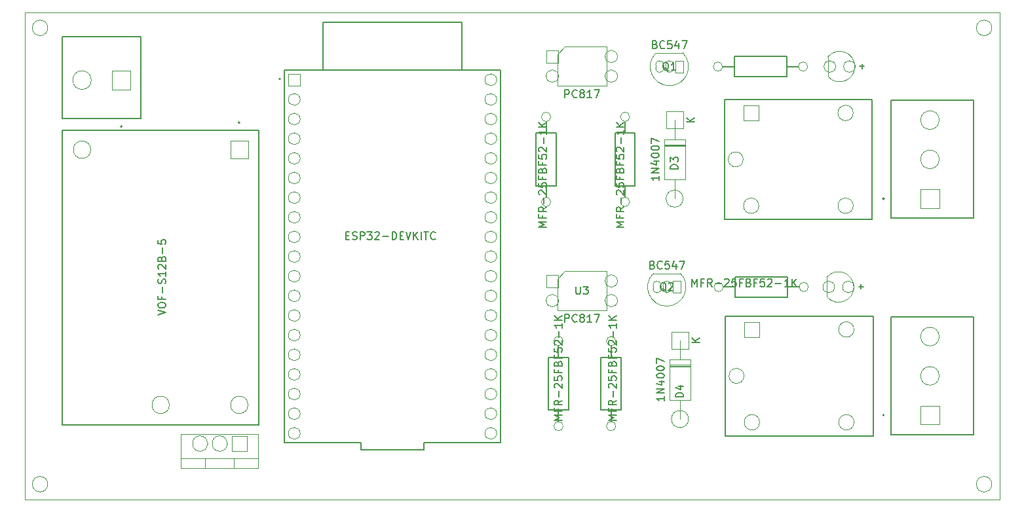
<source format=gbr>
%TF.GenerationSoftware,KiCad,Pcbnew,8.0.6-8.0.6-0~ubuntu22.04.1*%
%TF.CreationDate,2024-11-01T09:16:27+07:00*%
%TF.ProjectId,projectGATE,70726f6a-6563-4744-9741-54452e6b6963,rev?*%
%TF.SameCoordinates,Original*%
%TF.FileFunction,AssemblyDrawing,Top*%
%FSLAX46Y46*%
G04 Gerber Fmt 4.6, Leading zero omitted, Abs format (unit mm)*
G04 Created by KiCad (PCBNEW 8.0.6-8.0.6-0~ubuntu22.04.1) date 2024-11-01 09:16:27*
%MOMM*%
%LPD*%
G01*
G04 APERTURE LIST*
%ADD10C,0.150000*%
%ADD11C,0.100000*%
%ADD12C,0.127000*%
%ADD13C,0.200000*%
%TA.AperFunction,Profile*%
%ADD14C,0.050000*%
%TD*%
G04 APERTURE END LIST*
D10*
X170984819Y-89142857D02*
X170984819Y-89714285D01*
X170984819Y-89428571D02*
X169984819Y-89428571D01*
X169984819Y-89428571D02*
X170127676Y-89523809D01*
X170127676Y-89523809D02*
X170222914Y-89619047D01*
X170222914Y-89619047D02*
X170270533Y-89714285D01*
X170984819Y-88714285D02*
X169984819Y-88714285D01*
X169984819Y-88714285D02*
X170984819Y-88142857D01*
X170984819Y-88142857D02*
X169984819Y-88142857D01*
X170318152Y-87238095D02*
X170984819Y-87238095D01*
X169937200Y-87476190D02*
X170651485Y-87714285D01*
X170651485Y-87714285D02*
X170651485Y-87095238D01*
X169984819Y-86523809D02*
X169984819Y-86428571D01*
X169984819Y-86428571D02*
X170032438Y-86333333D01*
X170032438Y-86333333D02*
X170080057Y-86285714D01*
X170080057Y-86285714D02*
X170175295Y-86238095D01*
X170175295Y-86238095D02*
X170365771Y-86190476D01*
X170365771Y-86190476D02*
X170603866Y-86190476D01*
X170603866Y-86190476D02*
X170794342Y-86238095D01*
X170794342Y-86238095D02*
X170889580Y-86285714D01*
X170889580Y-86285714D02*
X170937200Y-86333333D01*
X170937200Y-86333333D02*
X170984819Y-86428571D01*
X170984819Y-86428571D02*
X170984819Y-86523809D01*
X170984819Y-86523809D02*
X170937200Y-86619047D01*
X170937200Y-86619047D02*
X170889580Y-86666666D01*
X170889580Y-86666666D02*
X170794342Y-86714285D01*
X170794342Y-86714285D02*
X170603866Y-86761904D01*
X170603866Y-86761904D02*
X170365771Y-86761904D01*
X170365771Y-86761904D02*
X170175295Y-86714285D01*
X170175295Y-86714285D02*
X170080057Y-86666666D01*
X170080057Y-86666666D02*
X170032438Y-86619047D01*
X170032438Y-86619047D02*
X169984819Y-86523809D01*
X169984819Y-85571428D02*
X169984819Y-85476190D01*
X169984819Y-85476190D02*
X170032438Y-85380952D01*
X170032438Y-85380952D02*
X170080057Y-85333333D01*
X170080057Y-85333333D02*
X170175295Y-85285714D01*
X170175295Y-85285714D02*
X170365771Y-85238095D01*
X170365771Y-85238095D02*
X170603866Y-85238095D01*
X170603866Y-85238095D02*
X170794342Y-85285714D01*
X170794342Y-85285714D02*
X170889580Y-85333333D01*
X170889580Y-85333333D02*
X170937200Y-85380952D01*
X170937200Y-85380952D02*
X170984819Y-85476190D01*
X170984819Y-85476190D02*
X170984819Y-85571428D01*
X170984819Y-85571428D02*
X170937200Y-85666666D01*
X170937200Y-85666666D02*
X170889580Y-85714285D01*
X170889580Y-85714285D02*
X170794342Y-85761904D01*
X170794342Y-85761904D02*
X170603866Y-85809523D01*
X170603866Y-85809523D02*
X170365771Y-85809523D01*
X170365771Y-85809523D02*
X170175295Y-85761904D01*
X170175295Y-85761904D02*
X170080057Y-85714285D01*
X170080057Y-85714285D02*
X170032438Y-85666666D01*
X170032438Y-85666666D02*
X169984819Y-85571428D01*
X169984819Y-84904761D02*
X169984819Y-84238095D01*
X169984819Y-84238095D02*
X170984819Y-84666666D01*
X175554819Y-82181904D02*
X174554819Y-82181904D01*
X175554819Y-81610476D02*
X174983390Y-82039047D01*
X174554819Y-81610476D02*
X175126247Y-82181904D01*
X173454819Y-88238094D02*
X172454819Y-88238094D01*
X172454819Y-88238094D02*
X172454819Y-87999999D01*
X172454819Y-87999999D02*
X172502438Y-87857142D01*
X172502438Y-87857142D02*
X172597676Y-87761904D01*
X172597676Y-87761904D02*
X172692914Y-87714285D01*
X172692914Y-87714285D02*
X172883390Y-87666666D01*
X172883390Y-87666666D02*
X173026247Y-87666666D01*
X173026247Y-87666666D02*
X173216723Y-87714285D01*
X173216723Y-87714285D02*
X173311961Y-87761904D01*
X173311961Y-87761904D02*
X173407200Y-87857142D01*
X173407200Y-87857142D02*
X173454819Y-87999999D01*
X173454819Y-87999999D02*
X173454819Y-88238094D01*
X172454819Y-87333332D02*
X172454819Y-86714285D01*
X172454819Y-86714285D02*
X172835771Y-87047618D01*
X172835771Y-87047618D02*
X172835771Y-86904761D01*
X172835771Y-86904761D02*
X172883390Y-86809523D01*
X172883390Y-86809523D02*
X172931009Y-86761904D01*
X172931009Y-86761904D02*
X173026247Y-86714285D01*
X173026247Y-86714285D02*
X173264342Y-86714285D01*
X173264342Y-86714285D02*
X173359580Y-86761904D01*
X173359580Y-86761904D02*
X173407200Y-86809523D01*
X173407200Y-86809523D02*
X173454819Y-86904761D01*
X173454819Y-86904761D02*
X173454819Y-87190475D01*
X173454819Y-87190475D02*
X173407200Y-87285713D01*
X173407200Y-87285713D02*
X173359580Y-87333332D01*
X196785238Y-103457533D02*
X197394762Y-103457533D01*
X197090000Y-103762295D02*
X197090000Y-103152771D01*
X158454819Y-120738094D02*
X157454819Y-120738094D01*
X157454819Y-120738094D02*
X158169104Y-120404761D01*
X158169104Y-120404761D02*
X157454819Y-120071428D01*
X157454819Y-120071428D02*
X158454819Y-120071428D01*
X157931009Y-119261904D02*
X157931009Y-119595237D01*
X158454819Y-119595237D02*
X157454819Y-119595237D01*
X157454819Y-119595237D02*
X157454819Y-119119047D01*
X158454819Y-118166666D02*
X157978628Y-118499999D01*
X158454819Y-118738094D02*
X157454819Y-118738094D01*
X157454819Y-118738094D02*
X157454819Y-118357142D01*
X157454819Y-118357142D02*
X157502438Y-118261904D01*
X157502438Y-118261904D02*
X157550057Y-118214285D01*
X157550057Y-118214285D02*
X157645295Y-118166666D01*
X157645295Y-118166666D02*
X157788152Y-118166666D01*
X157788152Y-118166666D02*
X157883390Y-118214285D01*
X157883390Y-118214285D02*
X157931009Y-118261904D01*
X157931009Y-118261904D02*
X157978628Y-118357142D01*
X157978628Y-118357142D02*
X157978628Y-118738094D01*
X158073866Y-117738094D02*
X158073866Y-116976190D01*
X157550057Y-116547618D02*
X157502438Y-116499999D01*
X157502438Y-116499999D02*
X157454819Y-116404761D01*
X157454819Y-116404761D02*
X157454819Y-116166666D01*
X157454819Y-116166666D02*
X157502438Y-116071428D01*
X157502438Y-116071428D02*
X157550057Y-116023809D01*
X157550057Y-116023809D02*
X157645295Y-115976190D01*
X157645295Y-115976190D02*
X157740533Y-115976190D01*
X157740533Y-115976190D02*
X157883390Y-116023809D01*
X157883390Y-116023809D02*
X158454819Y-116595237D01*
X158454819Y-116595237D02*
X158454819Y-115976190D01*
X157454819Y-115071428D02*
X157454819Y-115547618D01*
X157454819Y-115547618D02*
X157931009Y-115595237D01*
X157931009Y-115595237D02*
X157883390Y-115547618D01*
X157883390Y-115547618D02*
X157835771Y-115452380D01*
X157835771Y-115452380D02*
X157835771Y-115214285D01*
X157835771Y-115214285D02*
X157883390Y-115119047D01*
X157883390Y-115119047D02*
X157931009Y-115071428D01*
X157931009Y-115071428D02*
X158026247Y-115023809D01*
X158026247Y-115023809D02*
X158264342Y-115023809D01*
X158264342Y-115023809D02*
X158359580Y-115071428D01*
X158359580Y-115071428D02*
X158407200Y-115119047D01*
X158407200Y-115119047D02*
X158454819Y-115214285D01*
X158454819Y-115214285D02*
X158454819Y-115452380D01*
X158454819Y-115452380D02*
X158407200Y-115547618D01*
X158407200Y-115547618D02*
X158359580Y-115595237D01*
X157931009Y-114261904D02*
X157931009Y-114595237D01*
X158454819Y-114595237D02*
X157454819Y-114595237D01*
X157454819Y-114595237D02*
X157454819Y-114119047D01*
X157931009Y-113404761D02*
X157978628Y-113261904D01*
X157978628Y-113261904D02*
X158026247Y-113214285D01*
X158026247Y-113214285D02*
X158121485Y-113166666D01*
X158121485Y-113166666D02*
X158264342Y-113166666D01*
X158264342Y-113166666D02*
X158359580Y-113214285D01*
X158359580Y-113214285D02*
X158407200Y-113261904D01*
X158407200Y-113261904D02*
X158454819Y-113357142D01*
X158454819Y-113357142D02*
X158454819Y-113738094D01*
X158454819Y-113738094D02*
X157454819Y-113738094D01*
X157454819Y-113738094D02*
X157454819Y-113404761D01*
X157454819Y-113404761D02*
X157502438Y-113309523D01*
X157502438Y-113309523D02*
X157550057Y-113261904D01*
X157550057Y-113261904D02*
X157645295Y-113214285D01*
X157645295Y-113214285D02*
X157740533Y-113214285D01*
X157740533Y-113214285D02*
X157835771Y-113261904D01*
X157835771Y-113261904D02*
X157883390Y-113309523D01*
X157883390Y-113309523D02*
X157931009Y-113404761D01*
X157931009Y-113404761D02*
X157931009Y-113738094D01*
X157931009Y-112404761D02*
X157931009Y-112738094D01*
X158454819Y-112738094D02*
X157454819Y-112738094D01*
X157454819Y-112738094D02*
X157454819Y-112261904D01*
X157454819Y-111404761D02*
X157454819Y-111880951D01*
X157454819Y-111880951D02*
X157931009Y-111928570D01*
X157931009Y-111928570D02*
X157883390Y-111880951D01*
X157883390Y-111880951D02*
X157835771Y-111785713D01*
X157835771Y-111785713D02*
X157835771Y-111547618D01*
X157835771Y-111547618D02*
X157883390Y-111452380D01*
X157883390Y-111452380D02*
X157931009Y-111404761D01*
X157931009Y-111404761D02*
X158026247Y-111357142D01*
X158026247Y-111357142D02*
X158264342Y-111357142D01*
X158264342Y-111357142D02*
X158359580Y-111404761D01*
X158359580Y-111404761D02*
X158407200Y-111452380D01*
X158407200Y-111452380D02*
X158454819Y-111547618D01*
X158454819Y-111547618D02*
X158454819Y-111785713D01*
X158454819Y-111785713D02*
X158407200Y-111880951D01*
X158407200Y-111880951D02*
X158359580Y-111928570D01*
X157550057Y-110976189D02*
X157502438Y-110928570D01*
X157502438Y-110928570D02*
X157454819Y-110833332D01*
X157454819Y-110833332D02*
X157454819Y-110595237D01*
X157454819Y-110595237D02*
X157502438Y-110499999D01*
X157502438Y-110499999D02*
X157550057Y-110452380D01*
X157550057Y-110452380D02*
X157645295Y-110404761D01*
X157645295Y-110404761D02*
X157740533Y-110404761D01*
X157740533Y-110404761D02*
X157883390Y-110452380D01*
X157883390Y-110452380D02*
X158454819Y-111023808D01*
X158454819Y-111023808D02*
X158454819Y-110404761D01*
X158073866Y-109976189D02*
X158073866Y-109214285D01*
X158454819Y-108214285D02*
X158454819Y-108785713D01*
X158454819Y-108499999D02*
X157454819Y-108499999D01*
X157454819Y-108499999D02*
X157597676Y-108595237D01*
X157597676Y-108595237D02*
X157692914Y-108690475D01*
X157692914Y-108690475D02*
X157740533Y-108785713D01*
X158454819Y-107785713D02*
X157454819Y-107785713D01*
X158454819Y-107214285D02*
X157883390Y-107642856D01*
X157454819Y-107214285D02*
X158026247Y-107785713D01*
X130515595Y-96841009D02*
X130848928Y-96841009D01*
X130991785Y-97364819D02*
X130515595Y-97364819D01*
X130515595Y-97364819D02*
X130515595Y-96364819D01*
X130515595Y-96364819D02*
X130991785Y-96364819D01*
X131372738Y-97317200D02*
X131515595Y-97364819D01*
X131515595Y-97364819D02*
X131753690Y-97364819D01*
X131753690Y-97364819D02*
X131848928Y-97317200D01*
X131848928Y-97317200D02*
X131896547Y-97269580D01*
X131896547Y-97269580D02*
X131944166Y-97174342D01*
X131944166Y-97174342D02*
X131944166Y-97079104D01*
X131944166Y-97079104D02*
X131896547Y-96983866D01*
X131896547Y-96983866D02*
X131848928Y-96936247D01*
X131848928Y-96936247D02*
X131753690Y-96888628D01*
X131753690Y-96888628D02*
X131563214Y-96841009D01*
X131563214Y-96841009D02*
X131467976Y-96793390D01*
X131467976Y-96793390D02*
X131420357Y-96745771D01*
X131420357Y-96745771D02*
X131372738Y-96650533D01*
X131372738Y-96650533D02*
X131372738Y-96555295D01*
X131372738Y-96555295D02*
X131420357Y-96460057D01*
X131420357Y-96460057D02*
X131467976Y-96412438D01*
X131467976Y-96412438D02*
X131563214Y-96364819D01*
X131563214Y-96364819D02*
X131801309Y-96364819D01*
X131801309Y-96364819D02*
X131944166Y-96412438D01*
X132372738Y-97364819D02*
X132372738Y-96364819D01*
X132372738Y-96364819D02*
X132753690Y-96364819D01*
X132753690Y-96364819D02*
X132848928Y-96412438D01*
X132848928Y-96412438D02*
X132896547Y-96460057D01*
X132896547Y-96460057D02*
X132944166Y-96555295D01*
X132944166Y-96555295D02*
X132944166Y-96698152D01*
X132944166Y-96698152D02*
X132896547Y-96793390D01*
X132896547Y-96793390D02*
X132848928Y-96841009D01*
X132848928Y-96841009D02*
X132753690Y-96888628D01*
X132753690Y-96888628D02*
X132372738Y-96888628D01*
X133277500Y-96364819D02*
X133896547Y-96364819D01*
X133896547Y-96364819D02*
X133563214Y-96745771D01*
X133563214Y-96745771D02*
X133706071Y-96745771D01*
X133706071Y-96745771D02*
X133801309Y-96793390D01*
X133801309Y-96793390D02*
X133848928Y-96841009D01*
X133848928Y-96841009D02*
X133896547Y-96936247D01*
X133896547Y-96936247D02*
X133896547Y-97174342D01*
X133896547Y-97174342D02*
X133848928Y-97269580D01*
X133848928Y-97269580D02*
X133801309Y-97317200D01*
X133801309Y-97317200D02*
X133706071Y-97364819D01*
X133706071Y-97364819D02*
X133420357Y-97364819D01*
X133420357Y-97364819D02*
X133325119Y-97317200D01*
X133325119Y-97317200D02*
X133277500Y-97269580D01*
X134277500Y-96460057D02*
X134325119Y-96412438D01*
X134325119Y-96412438D02*
X134420357Y-96364819D01*
X134420357Y-96364819D02*
X134658452Y-96364819D01*
X134658452Y-96364819D02*
X134753690Y-96412438D01*
X134753690Y-96412438D02*
X134801309Y-96460057D01*
X134801309Y-96460057D02*
X134848928Y-96555295D01*
X134848928Y-96555295D02*
X134848928Y-96650533D01*
X134848928Y-96650533D02*
X134801309Y-96793390D01*
X134801309Y-96793390D02*
X134229881Y-97364819D01*
X134229881Y-97364819D02*
X134848928Y-97364819D01*
X135277500Y-96983866D02*
X136039405Y-96983866D01*
X136515595Y-97364819D02*
X136515595Y-96364819D01*
X136515595Y-96364819D02*
X136753690Y-96364819D01*
X136753690Y-96364819D02*
X136896547Y-96412438D01*
X136896547Y-96412438D02*
X136991785Y-96507676D01*
X136991785Y-96507676D02*
X137039404Y-96602914D01*
X137039404Y-96602914D02*
X137087023Y-96793390D01*
X137087023Y-96793390D02*
X137087023Y-96936247D01*
X137087023Y-96936247D02*
X137039404Y-97126723D01*
X137039404Y-97126723D02*
X136991785Y-97221961D01*
X136991785Y-97221961D02*
X136896547Y-97317200D01*
X136896547Y-97317200D02*
X136753690Y-97364819D01*
X136753690Y-97364819D02*
X136515595Y-97364819D01*
X137515595Y-96841009D02*
X137848928Y-96841009D01*
X137991785Y-97364819D02*
X137515595Y-97364819D01*
X137515595Y-97364819D02*
X137515595Y-96364819D01*
X137515595Y-96364819D02*
X137991785Y-96364819D01*
X138277500Y-96364819D02*
X138610833Y-97364819D01*
X138610833Y-97364819D02*
X138944166Y-96364819D01*
X139277500Y-97364819D02*
X139277500Y-96364819D01*
X139848928Y-97364819D02*
X139420357Y-96793390D01*
X139848928Y-96364819D02*
X139277500Y-96936247D01*
X140277500Y-97364819D02*
X140277500Y-96364819D01*
X140610833Y-96364819D02*
X141182261Y-96364819D01*
X140896547Y-97364819D02*
X140896547Y-96364819D01*
X142087023Y-97269580D02*
X142039404Y-97317200D01*
X142039404Y-97317200D02*
X141896547Y-97364819D01*
X141896547Y-97364819D02*
X141801309Y-97364819D01*
X141801309Y-97364819D02*
X141658452Y-97317200D01*
X141658452Y-97317200D02*
X141563214Y-97221961D01*
X141563214Y-97221961D02*
X141515595Y-97126723D01*
X141515595Y-97126723D02*
X141467976Y-96936247D01*
X141467976Y-96936247D02*
X141467976Y-96793390D01*
X141467976Y-96793390D02*
X141515595Y-96602914D01*
X141515595Y-96602914D02*
X141563214Y-96507676D01*
X141563214Y-96507676D02*
X141658452Y-96412438D01*
X141658452Y-96412438D02*
X141801309Y-96364819D01*
X141801309Y-96364819D02*
X141896547Y-96364819D01*
X141896547Y-96364819D02*
X142039404Y-96412438D01*
X142039404Y-96412438D02*
X142087023Y-96460057D01*
X106239819Y-107153570D02*
X107239819Y-106820237D01*
X107239819Y-106820237D02*
X106239819Y-106486904D01*
X106239819Y-105963094D02*
X106239819Y-105772618D01*
X106239819Y-105772618D02*
X106287438Y-105677380D01*
X106287438Y-105677380D02*
X106382676Y-105582142D01*
X106382676Y-105582142D02*
X106573152Y-105534523D01*
X106573152Y-105534523D02*
X106906485Y-105534523D01*
X106906485Y-105534523D02*
X107096961Y-105582142D01*
X107096961Y-105582142D02*
X107192200Y-105677380D01*
X107192200Y-105677380D02*
X107239819Y-105772618D01*
X107239819Y-105772618D02*
X107239819Y-105963094D01*
X107239819Y-105963094D02*
X107192200Y-106058332D01*
X107192200Y-106058332D02*
X107096961Y-106153570D01*
X107096961Y-106153570D02*
X106906485Y-106201189D01*
X106906485Y-106201189D02*
X106573152Y-106201189D01*
X106573152Y-106201189D02*
X106382676Y-106153570D01*
X106382676Y-106153570D02*
X106287438Y-106058332D01*
X106287438Y-106058332D02*
X106239819Y-105963094D01*
X106716009Y-104772618D02*
X106716009Y-105105951D01*
X107239819Y-105105951D02*
X106239819Y-105105951D01*
X106239819Y-105105951D02*
X106239819Y-104629761D01*
X106858866Y-104248808D02*
X106858866Y-103486904D01*
X107192200Y-103058332D02*
X107239819Y-102915475D01*
X107239819Y-102915475D02*
X107239819Y-102677380D01*
X107239819Y-102677380D02*
X107192200Y-102582142D01*
X107192200Y-102582142D02*
X107144580Y-102534523D01*
X107144580Y-102534523D02*
X107049342Y-102486904D01*
X107049342Y-102486904D02*
X106954104Y-102486904D01*
X106954104Y-102486904D02*
X106858866Y-102534523D01*
X106858866Y-102534523D02*
X106811247Y-102582142D01*
X106811247Y-102582142D02*
X106763628Y-102677380D01*
X106763628Y-102677380D02*
X106716009Y-102867856D01*
X106716009Y-102867856D02*
X106668390Y-102963094D01*
X106668390Y-102963094D02*
X106620771Y-103010713D01*
X106620771Y-103010713D02*
X106525533Y-103058332D01*
X106525533Y-103058332D02*
X106430295Y-103058332D01*
X106430295Y-103058332D02*
X106335057Y-103010713D01*
X106335057Y-103010713D02*
X106287438Y-102963094D01*
X106287438Y-102963094D02*
X106239819Y-102867856D01*
X106239819Y-102867856D02*
X106239819Y-102629761D01*
X106239819Y-102629761D02*
X106287438Y-102486904D01*
X107239819Y-101534523D02*
X107239819Y-102105951D01*
X107239819Y-101820237D02*
X106239819Y-101820237D01*
X106239819Y-101820237D02*
X106382676Y-101915475D01*
X106382676Y-101915475D02*
X106477914Y-102010713D01*
X106477914Y-102010713D02*
X106525533Y-102105951D01*
X106335057Y-101153570D02*
X106287438Y-101105951D01*
X106287438Y-101105951D02*
X106239819Y-101010713D01*
X106239819Y-101010713D02*
X106239819Y-100772618D01*
X106239819Y-100772618D02*
X106287438Y-100677380D01*
X106287438Y-100677380D02*
X106335057Y-100629761D01*
X106335057Y-100629761D02*
X106430295Y-100582142D01*
X106430295Y-100582142D02*
X106525533Y-100582142D01*
X106525533Y-100582142D02*
X106668390Y-100629761D01*
X106668390Y-100629761D02*
X107239819Y-101201189D01*
X107239819Y-101201189D02*
X107239819Y-100582142D01*
X106716009Y-99820237D02*
X106763628Y-99677380D01*
X106763628Y-99677380D02*
X106811247Y-99629761D01*
X106811247Y-99629761D02*
X106906485Y-99582142D01*
X106906485Y-99582142D02*
X107049342Y-99582142D01*
X107049342Y-99582142D02*
X107144580Y-99629761D01*
X107144580Y-99629761D02*
X107192200Y-99677380D01*
X107192200Y-99677380D02*
X107239819Y-99772618D01*
X107239819Y-99772618D02*
X107239819Y-100153570D01*
X107239819Y-100153570D02*
X106239819Y-100153570D01*
X106239819Y-100153570D02*
X106239819Y-99820237D01*
X106239819Y-99820237D02*
X106287438Y-99724999D01*
X106287438Y-99724999D02*
X106335057Y-99677380D01*
X106335057Y-99677380D02*
X106430295Y-99629761D01*
X106430295Y-99629761D02*
X106525533Y-99629761D01*
X106525533Y-99629761D02*
X106620771Y-99677380D01*
X106620771Y-99677380D02*
X106668390Y-99724999D01*
X106668390Y-99724999D02*
X106716009Y-99820237D01*
X106716009Y-99820237D02*
X106716009Y-100153570D01*
X106858866Y-99153570D02*
X106858866Y-98391666D01*
X106239819Y-97439285D02*
X106239819Y-97915475D01*
X106239819Y-97915475D02*
X106716009Y-97963094D01*
X106716009Y-97963094D02*
X106668390Y-97915475D01*
X106668390Y-97915475D02*
X106620771Y-97820237D01*
X106620771Y-97820237D02*
X106620771Y-97582142D01*
X106620771Y-97582142D02*
X106668390Y-97486904D01*
X106668390Y-97486904D02*
X106716009Y-97439285D01*
X106716009Y-97439285D02*
X106811247Y-97391666D01*
X106811247Y-97391666D02*
X107049342Y-97391666D01*
X107049342Y-97391666D02*
X107144580Y-97439285D01*
X107144580Y-97439285D02*
X107192200Y-97486904D01*
X107192200Y-97486904D02*
X107239819Y-97582142D01*
X107239819Y-97582142D02*
X107239819Y-97820237D01*
X107239819Y-97820237D02*
X107192200Y-97915475D01*
X107192200Y-97915475D02*
X107144580Y-97963094D01*
X158819524Y-79019819D02*
X158819524Y-78019819D01*
X158819524Y-78019819D02*
X159200476Y-78019819D01*
X159200476Y-78019819D02*
X159295714Y-78067438D01*
X159295714Y-78067438D02*
X159343333Y-78115057D01*
X159343333Y-78115057D02*
X159390952Y-78210295D01*
X159390952Y-78210295D02*
X159390952Y-78353152D01*
X159390952Y-78353152D02*
X159343333Y-78448390D01*
X159343333Y-78448390D02*
X159295714Y-78496009D01*
X159295714Y-78496009D02*
X159200476Y-78543628D01*
X159200476Y-78543628D02*
X158819524Y-78543628D01*
X160390952Y-78924580D02*
X160343333Y-78972200D01*
X160343333Y-78972200D02*
X160200476Y-79019819D01*
X160200476Y-79019819D02*
X160105238Y-79019819D01*
X160105238Y-79019819D02*
X159962381Y-78972200D01*
X159962381Y-78972200D02*
X159867143Y-78876961D01*
X159867143Y-78876961D02*
X159819524Y-78781723D01*
X159819524Y-78781723D02*
X159771905Y-78591247D01*
X159771905Y-78591247D02*
X159771905Y-78448390D01*
X159771905Y-78448390D02*
X159819524Y-78257914D01*
X159819524Y-78257914D02*
X159867143Y-78162676D01*
X159867143Y-78162676D02*
X159962381Y-78067438D01*
X159962381Y-78067438D02*
X160105238Y-78019819D01*
X160105238Y-78019819D02*
X160200476Y-78019819D01*
X160200476Y-78019819D02*
X160343333Y-78067438D01*
X160343333Y-78067438D02*
X160390952Y-78115057D01*
X160962381Y-78448390D02*
X160867143Y-78400771D01*
X160867143Y-78400771D02*
X160819524Y-78353152D01*
X160819524Y-78353152D02*
X160771905Y-78257914D01*
X160771905Y-78257914D02*
X160771905Y-78210295D01*
X160771905Y-78210295D02*
X160819524Y-78115057D01*
X160819524Y-78115057D02*
X160867143Y-78067438D01*
X160867143Y-78067438D02*
X160962381Y-78019819D01*
X160962381Y-78019819D02*
X161152857Y-78019819D01*
X161152857Y-78019819D02*
X161248095Y-78067438D01*
X161248095Y-78067438D02*
X161295714Y-78115057D01*
X161295714Y-78115057D02*
X161343333Y-78210295D01*
X161343333Y-78210295D02*
X161343333Y-78257914D01*
X161343333Y-78257914D02*
X161295714Y-78353152D01*
X161295714Y-78353152D02*
X161248095Y-78400771D01*
X161248095Y-78400771D02*
X161152857Y-78448390D01*
X161152857Y-78448390D02*
X160962381Y-78448390D01*
X160962381Y-78448390D02*
X160867143Y-78496009D01*
X160867143Y-78496009D02*
X160819524Y-78543628D01*
X160819524Y-78543628D02*
X160771905Y-78638866D01*
X160771905Y-78638866D02*
X160771905Y-78829342D01*
X160771905Y-78829342D02*
X160819524Y-78924580D01*
X160819524Y-78924580D02*
X160867143Y-78972200D01*
X160867143Y-78972200D02*
X160962381Y-79019819D01*
X160962381Y-79019819D02*
X161152857Y-79019819D01*
X161152857Y-79019819D02*
X161248095Y-78972200D01*
X161248095Y-78972200D02*
X161295714Y-78924580D01*
X161295714Y-78924580D02*
X161343333Y-78829342D01*
X161343333Y-78829342D02*
X161343333Y-78638866D01*
X161343333Y-78638866D02*
X161295714Y-78543628D01*
X161295714Y-78543628D02*
X161248095Y-78496009D01*
X161248095Y-78496009D02*
X161152857Y-78448390D01*
X162295714Y-79019819D02*
X161724286Y-79019819D01*
X162010000Y-79019819D02*
X162010000Y-78019819D01*
X162010000Y-78019819D02*
X161914762Y-78162676D01*
X161914762Y-78162676D02*
X161819524Y-78257914D01*
X161819524Y-78257914D02*
X161724286Y-78305533D01*
X162629048Y-78019819D02*
X163295714Y-78019819D01*
X163295714Y-78019819D02*
X162867143Y-79019819D01*
X175261905Y-103454819D02*
X175261905Y-102454819D01*
X175261905Y-102454819D02*
X175595238Y-103169104D01*
X175595238Y-103169104D02*
X175928571Y-102454819D01*
X175928571Y-102454819D02*
X175928571Y-103454819D01*
X176738095Y-102931009D02*
X176404762Y-102931009D01*
X176404762Y-103454819D02*
X176404762Y-102454819D01*
X176404762Y-102454819D02*
X176880952Y-102454819D01*
X177833333Y-103454819D02*
X177500000Y-102978628D01*
X177261905Y-103454819D02*
X177261905Y-102454819D01*
X177261905Y-102454819D02*
X177642857Y-102454819D01*
X177642857Y-102454819D02*
X177738095Y-102502438D01*
X177738095Y-102502438D02*
X177785714Y-102550057D01*
X177785714Y-102550057D02*
X177833333Y-102645295D01*
X177833333Y-102645295D02*
X177833333Y-102788152D01*
X177833333Y-102788152D02*
X177785714Y-102883390D01*
X177785714Y-102883390D02*
X177738095Y-102931009D01*
X177738095Y-102931009D02*
X177642857Y-102978628D01*
X177642857Y-102978628D02*
X177261905Y-102978628D01*
X178261905Y-103073866D02*
X179023810Y-103073866D01*
X179452381Y-102550057D02*
X179500000Y-102502438D01*
X179500000Y-102502438D02*
X179595238Y-102454819D01*
X179595238Y-102454819D02*
X179833333Y-102454819D01*
X179833333Y-102454819D02*
X179928571Y-102502438D01*
X179928571Y-102502438D02*
X179976190Y-102550057D01*
X179976190Y-102550057D02*
X180023809Y-102645295D01*
X180023809Y-102645295D02*
X180023809Y-102740533D01*
X180023809Y-102740533D02*
X179976190Y-102883390D01*
X179976190Y-102883390D02*
X179404762Y-103454819D01*
X179404762Y-103454819D02*
X180023809Y-103454819D01*
X180928571Y-102454819D02*
X180452381Y-102454819D01*
X180452381Y-102454819D02*
X180404762Y-102931009D01*
X180404762Y-102931009D02*
X180452381Y-102883390D01*
X180452381Y-102883390D02*
X180547619Y-102835771D01*
X180547619Y-102835771D02*
X180785714Y-102835771D01*
X180785714Y-102835771D02*
X180880952Y-102883390D01*
X180880952Y-102883390D02*
X180928571Y-102931009D01*
X180928571Y-102931009D02*
X180976190Y-103026247D01*
X180976190Y-103026247D02*
X180976190Y-103264342D01*
X180976190Y-103264342D02*
X180928571Y-103359580D01*
X180928571Y-103359580D02*
X180880952Y-103407200D01*
X180880952Y-103407200D02*
X180785714Y-103454819D01*
X180785714Y-103454819D02*
X180547619Y-103454819D01*
X180547619Y-103454819D02*
X180452381Y-103407200D01*
X180452381Y-103407200D02*
X180404762Y-103359580D01*
X181738095Y-102931009D02*
X181404762Y-102931009D01*
X181404762Y-103454819D02*
X181404762Y-102454819D01*
X181404762Y-102454819D02*
X181880952Y-102454819D01*
X182595238Y-102931009D02*
X182738095Y-102978628D01*
X182738095Y-102978628D02*
X182785714Y-103026247D01*
X182785714Y-103026247D02*
X182833333Y-103121485D01*
X182833333Y-103121485D02*
X182833333Y-103264342D01*
X182833333Y-103264342D02*
X182785714Y-103359580D01*
X182785714Y-103359580D02*
X182738095Y-103407200D01*
X182738095Y-103407200D02*
X182642857Y-103454819D01*
X182642857Y-103454819D02*
X182261905Y-103454819D01*
X182261905Y-103454819D02*
X182261905Y-102454819D01*
X182261905Y-102454819D02*
X182595238Y-102454819D01*
X182595238Y-102454819D02*
X182690476Y-102502438D01*
X182690476Y-102502438D02*
X182738095Y-102550057D01*
X182738095Y-102550057D02*
X182785714Y-102645295D01*
X182785714Y-102645295D02*
X182785714Y-102740533D01*
X182785714Y-102740533D02*
X182738095Y-102835771D01*
X182738095Y-102835771D02*
X182690476Y-102883390D01*
X182690476Y-102883390D02*
X182595238Y-102931009D01*
X182595238Y-102931009D02*
X182261905Y-102931009D01*
X183595238Y-102931009D02*
X183261905Y-102931009D01*
X183261905Y-103454819D02*
X183261905Y-102454819D01*
X183261905Y-102454819D02*
X183738095Y-102454819D01*
X184595238Y-102454819D02*
X184119048Y-102454819D01*
X184119048Y-102454819D02*
X184071429Y-102931009D01*
X184071429Y-102931009D02*
X184119048Y-102883390D01*
X184119048Y-102883390D02*
X184214286Y-102835771D01*
X184214286Y-102835771D02*
X184452381Y-102835771D01*
X184452381Y-102835771D02*
X184547619Y-102883390D01*
X184547619Y-102883390D02*
X184595238Y-102931009D01*
X184595238Y-102931009D02*
X184642857Y-103026247D01*
X184642857Y-103026247D02*
X184642857Y-103264342D01*
X184642857Y-103264342D02*
X184595238Y-103359580D01*
X184595238Y-103359580D02*
X184547619Y-103407200D01*
X184547619Y-103407200D02*
X184452381Y-103454819D01*
X184452381Y-103454819D02*
X184214286Y-103454819D01*
X184214286Y-103454819D02*
X184119048Y-103407200D01*
X184119048Y-103407200D02*
X184071429Y-103359580D01*
X185023810Y-102550057D02*
X185071429Y-102502438D01*
X185071429Y-102502438D02*
X185166667Y-102454819D01*
X185166667Y-102454819D02*
X185404762Y-102454819D01*
X185404762Y-102454819D02*
X185500000Y-102502438D01*
X185500000Y-102502438D02*
X185547619Y-102550057D01*
X185547619Y-102550057D02*
X185595238Y-102645295D01*
X185595238Y-102645295D02*
X185595238Y-102740533D01*
X185595238Y-102740533D02*
X185547619Y-102883390D01*
X185547619Y-102883390D02*
X184976191Y-103454819D01*
X184976191Y-103454819D02*
X185595238Y-103454819D01*
X186023810Y-103073866D02*
X186785715Y-103073866D01*
X187785714Y-103454819D02*
X187214286Y-103454819D01*
X187500000Y-103454819D02*
X187500000Y-102454819D01*
X187500000Y-102454819D02*
X187404762Y-102597676D01*
X187404762Y-102597676D02*
X187309524Y-102692914D01*
X187309524Y-102692914D02*
X187214286Y-102740533D01*
X188214286Y-103454819D02*
X188214286Y-102454819D01*
X188785714Y-103454819D02*
X188357143Y-102883390D01*
X188785714Y-102454819D02*
X188214286Y-103026247D01*
X170142857Y-100641009D02*
X170285714Y-100688628D01*
X170285714Y-100688628D02*
X170333333Y-100736247D01*
X170333333Y-100736247D02*
X170380952Y-100831485D01*
X170380952Y-100831485D02*
X170380952Y-100974342D01*
X170380952Y-100974342D02*
X170333333Y-101069580D01*
X170333333Y-101069580D02*
X170285714Y-101117200D01*
X170285714Y-101117200D02*
X170190476Y-101164819D01*
X170190476Y-101164819D02*
X169809524Y-101164819D01*
X169809524Y-101164819D02*
X169809524Y-100164819D01*
X169809524Y-100164819D02*
X170142857Y-100164819D01*
X170142857Y-100164819D02*
X170238095Y-100212438D01*
X170238095Y-100212438D02*
X170285714Y-100260057D01*
X170285714Y-100260057D02*
X170333333Y-100355295D01*
X170333333Y-100355295D02*
X170333333Y-100450533D01*
X170333333Y-100450533D02*
X170285714Y-100545771D01*
X170285714Y-100545771D02*
X170238095Y-100593390D01*
X170238095Y-100593390D02*
X170142857Y-100641009D01*
X170142857Y-100641009D02*
X169809524Y-100641009D01*
X171380952Y-101069580D02*
X171333333Y-101117200D01*
X171333333Y-101117200D02*
X171190476Y-101164819D01*
X171190476Y-101164819D02*
X171095238Y-101164819D01*
X171095238Y-101164819D02*
X170952381Y-101117200D01*
X170952381Y-101117200D02*
X170857143Y-101021961D01*
X170857143Y-101021961D02*
X170809524Y-100926723D01*
X170809524Y-100926723D02*
X170761905Y-100736247D01*
X170761905Y-100736247D02*
X170761905Y-100593390D01*
X170761905Y-100593390D02*
X170809524Y-100402914D01*
X170809524Y-100402914D02*
X170857143Y-100307676D01*
X170857143Y-100307676D02*
X170952381Y-100212438D01*
X170952381Y-100212438D02*
X171095238Y-100164819D01*
X171095238Y-100164819D02*
X171190476Y-100164819D01*
X171190476Y-100164819D02*
X171333333Y-100212438D01*
X171333333Y-100212438D02*
X171380952Y-100260057D01*
X172285714Y-100164819D02*
X171809524Y-100164819D01*
X171809524Y-100164819D02*
X171761905Y-100641009D01*
X171761905Y-100641009D02*
X171809524Y-100593390D01*
X171809524Y-100593390D02*
X171904762Y-100545771D01*
X171904762Y-100545771D02*
X172142857Y-100545771D01*
X172142857Y-100545771D02*
X172238095Y-100593390D01*
X172238095Y-100593390D02*
X172285714Y-100641009D01*
X172285714Y-100641009D02*
X172333333Y-100736247D01*
X172333333Y-100736247D02*
X172333333Y-100974342D01*
X172333333Y-100974342D02*
X172285714Y-101069580D01*
X172285714Y-101069580D02*
X172238095Y-101117200D01*
X172238095Y-101117200D02*
X172142857Y-101164819D01*
X172142857Y-101164819D02*
X171904762Y-101164819D01*
X171904762Y-101164819D02*
X171809524Y-101117200D01*
X171809524Y-101117200D02*
X171761905Y-101069580D01*
X173190476Y-100498152D02*
X173190476Y-101164819D01*
X172952381Y-100117200D02*
X172714286Y-100831485D01*
X172714286Y-100831485D02*
X173333333Y-100831485D01*
X173619048Y-100164819D02*
X174285714Y-100164819D01*
X174285714Y-100164819D02*
X173857143Y-101164819D01*
X171904761Y-104050057D02*
X171809523Y-104002438D01*
X171809523Y-104002438D02*
X171714285Y-103907200D01*
X171714285Y-103907200D02*
X171571428Y-103764342D01*
X171571428Y-103764342D02*
X171476190Y-103716723D01*
X171476190Y-103716723D02*
X171380952Y-103716723D01*
X171428571Y-103954819D02*
X171333333Y-103907200D01*
X171333333Y-103907200D02*
X171238095Y-103811961D01*
X171238095Y-103811961D02*
X171190476Y-103621485D01*
X171190476Y-103621485D02*
X171190476Y-103288152D01*
X171190476Y-103288152D02*
X171238095Y-103097676D01*
X171238095Y-103097676D02*
X171333333Y-103002438D01*
X171333333Y-103002438D02*
X171428571Y-102954819D01*
X171428571Y-102954819D02*
X171619047Y-102954819D01*
X171619047Y-102954819D02*
X171714285Y-103002438D01*
X171714285Y-103002438D02*
X171809523Y-103097676D01*
X171809523Y-103097676D02*
X171857142Y-103288152D01*
X171857142Y-103288152D02*
X171857142Y-103621485D01*
X171857142Y-103621485D02*
X171809523Y-103811961D01*
X171809523Y-103811961D02*
X171714285Y-103907200D01*
X171714285Y-103907200D02*
X171619047Y-103954819D01*
X171619047Y-103954819D02*
X171428571Y-103954819D01*
X172238095Y-103050057D02*
X172285714Y-103002438D01*
X172285714Y-103002438D02*
X172380952Y-102954819D01*
X172380952Y-102954819D02*
X172619047Y-102954819D01*
X172619047Y-102954819D02*
X172714285Y-103002438D01*
X172714285Y-103002438D02*
X172761904Y-103050057D01*
X172761904Y-103050057D02*
X172809523Y-103145295D01*
X172809523Y-103145295D02*
X172809523Y-103240533D01*
X172809523Y-103240533D02*
X172761904Y-103383390D01*
X172761904Y-103383390D02*
X172190476Y-103954819D01*
X172190476Y-103954819D02*
X172809523Y-103954819D01*
X196925238Y-74957533D02*
X197534762Y-74957533D01*
X197230000Y-75262295D02*
X197230000Y-74652771D01*
X158819524Y-108049819D02*
X158819524Y-107049819D01*
X158819524Y-107049819D02*
X159200476Y-107049819D01*
X159200476Y-107049819D02*
X159295714Y-107097438D01*
X159295714Y-107097438D02*
X159343333Y-107145057D01*
X159343333Y-107145057D02*
X159390952Y-107240295D01*
X159390952Y-107240295D02*
X159390952Y-107383152D01*
X159390952Y-107383152D02*
X159343333Y-107478390D01*
X159343333Y-107478390D02*
X159295714Y-107526009D01*
X159295714Y-107526009D02*
X159200476Y-107573628D01*
X159200476Y-107573628D02*
X158819524Y-107573628D01*
X160390952Y-107954580D02*
X160343333Y-108002200D01*
X160343333Y-108002200D02*
X160200476Y-108049819D01*
X160200476Y-108049819D02*
X160105238Y-108049819D01*
X160105238Y-108049819D02*
X159962381Y-108002200D01*
X159962381Y-108002200D02*
X159867143Y-107906961D01*
X159867143Y-107906961D02*
X159819524Y-107811723D01*
X159819524Y-107811723D02*
X159771905Y-107621247D01*
X159771905Y-107621247D02*
X159771905Y-107478390D01*
X159771905Y-107478390D02*
X159819524Y-107287914D01*
X159819524Y-107287914D02*
X159867143Y-107192676D01*
X159867143Y-107192676D02*
X159962381Y-107097438D01*
X159962381Y-107097438D02*
X160105238Y-107049819D01*
X160105238Y-107049819D02*
X160200476Y-107049819D01*
X160200476Y-107049819D02*
X160343333Y-107097438D01*
X160343333Y-107097438D02*
X160390952Y-107145057D01*
X160962381Y-107478390D02*
X160867143Y-107430771D01*
X160867143Y-107430771D02*
X160819524Y-107383152D01*
X160819524Y-107383152D02*
X160771905Y-107287914D01*
X160771905Y-107287914D02*
X160771905Y-107240295D01*
X160771905Y-107240295D02*
X160819524Y-107145057D01*
X160819524Y-107145057D02*
X160867143Y-107097438D01*
X160867143Y-107097438D02*
X160962381Y-107049819D01*
X160962381Y-107049819D02*
X161152857Y-107049819D01*
X161152857Y-107049819D02*
X161248095Y-107097438D01*
X161248095Y-107097438D02*
X161295714Y-107145057D01*
X161295714Y-107145057D02*
X161343333Y-107240295D01*
X161343333Y-107240295D02*
X161343333Y-107287914D01*
X161343333Y-107287914D02*
X161295714Y-107383152D01*
X161295714Y-107383152D02*
X161248095Y-107430771D01*
X161248095Y-107430771D02*
X161152857Y-107478390D01*
X161152857Y-107478390D02*
X160962381Y-107478390D01*
X160962381Y-107478390D02*
X160867143Y-107526009D01*
X160867143Y-107526009D02*
X160819524Y-107573628D01*
X160819524Y-107573628D02*
X160771905Y-107668866D01*
X160771905Y-107668866D02*
X160771905Y-107859342D01*
X160771905Y-107859342D02*
X160819524Y-107954580D01*
X160819524Y-107954580D02*
X160867143Y-108002200D01*
X160867143Y-108002200D02*
X160962381Y-108049819D01*
X160962381Y-108049819D02*
X161152857Y-108049819D01*
X161152857Y-108049819D02*
X161248095Y-108002200D01*
X161248095Y-108002200D02*
X161295714Y-107954580D01*
X161295714Y-107954580D02*
X161343333Y-107859342D01*
X161343333Y-107859342D02*
X161343333Y-107668866D01*
X161343333Y-107668866D02*
X161295714Y-107573628D01*
X161295714Y-107573628D02*
X161248095Y-107526009D01*
X161248095Y-107526009D02*
X161152857Y-107478390D01*
X162295714Y-108049819D02*
X161724286Y-108049819D01*
X162010000Y-108049819D02*
X162010000Y-107049819D01*
X162010000Y-107049819D02*
X161914762Y-107192676D01*
X161914762Y-107192676D02*
X161819524Y-107287914D01*
X161819524Y-107287914D02*
X161724286Y-107335533D01*
X162629048Y-107049819D02*
X163295714Y-107049819D01*
X163295714Y-107049819D02*
X162867143Y-108049819D01*
X160248095Y-103449819D02*
X160248095Y-104259342D01*
X160248095Y-104259342D02*
X160295714Y-104354580D01*
X160295714Y-104354580D02*
X160343333Y-104402200D01*
X160343333Y-104402200D02*
X160438571Y-104449819D01*
X160438571Y-104449819D02*
X160629047Y-104449819D01*
X160629047Y-104449819D02*
X160724285Y-104402200D01*
X160724285Y-104402200D02*
X160771904Y-104354580D01*
X160771904Y-104354580D02*
X160819523Y-104259342D01*
X160819523Y-104259342D02*
X160819523Y-103449819D01*
X161200476Y-103449819D02*
X161819523Y-103449819D01*
X161819523Y-103449819D02*
X161486190Y-103830771D01*
X161486190Y-103830771D02*
X161629047Y-103830771D01*
X161629047Y-103830771D02*
X161724285Y-103878390D01*
X161724285Y-103878390D02*
X161771904Y-103926009D01*
X161771904Y-103926009D02*
X161819523Y-104021247D01*
X161819523Y-104021247D02*
X161819523Y-104259342D01*
X161819523Y-104259342D02*
X161771904Y-104354580D01*
X161771904Y-104354580D02*
X161724285Y-104402200D01*
X161724285Y-104402200D02*
X161629047Y-104449819D01*
X161629047Y-104449819D02*
X161343333Y-104449819D01*
X161343333Y-104449819D02*
X161248095Y-104402200D01*
X161248095Y-104402200D02*
X161200476Y-104354580D01*
X165454819Y-120738094D02*
X164454819Y-120738094D01*
X164454819Y-120738094D02*
X165169104Y-120404761D01*
X165169104Y-120404761D02*
X164454819Y-120071428D01*
X164454819Y-120071428D02*
X165454819Y-120071428D01*
X164931009Y-119261904D02*
X164931009Y-119595237D01*
X165454819Y-119595237D02*
X164454819Y-119595237D01*
X164454819Y-119595237D02*
X164454819Y-119119047D01*
X165454819Y-118166666D02*
X164978628Y-118499999D01*
X165454819Y-118738094D02*
X164454819Y-118738094D01*
X164454819Y-118738094D02*
X164454819Y-118357142D01*
X164454819Y-118357142D02*
X164502438Y-118261904D01*
X164502438Y-118261904D02*
X164550057Y-118214285D01*
X164550057Y-118214285D02*
X164645295Y-118166666D01*
X164645295Y-118166666D02*
X164788152Y-118166666D01*
X164788152Y-118166666D02*
X164883390Y-118214285D01*
X164883390Y-118214285D02*
X164931009Y-118261904D01*
X164931009Y-118261904D02*
X164978628Y-118357142D01*
X164978628Y-118357142D02*
X164978628Y-118738094D01*
X165073866Y-117738094D02*
X165073866Y-116976190D01*
X164550057Y-116547618D02*
X164502438Y-116499999D01*
X164502438Y-116499999D02*
X164454819Y-116404761D01*
X164454819Y-116404761D02*
X164454819Y-116166666D01*
X164454819Y-116166666D02*
X164502438Y-116071428D01*
X164502438Y-116071428D02*
X164550057Y-116023809D01*
X164550057Y-116023809D02*
X164645295Y-115976190D01*
X164645295Y-115976190D02*
X164740533Y-115976190D01*
X164740533Y-115976190D02*
X164883390Y-116023809D01*
X164883390Y-116023809D02*
X165454819Y-116595237D01*
X165454819Y-116595237D02*
X165454819Y-115976190D01*
X164454819Y-115071428D02*
X164454819Y-115547618D01*
X164454819Y-115547618D02*
X164931009Y-115595237D01*
X164931009Y-115595237D02*
X164883390Y-115547618D01*
X164883390Y-115547618D02*
X164835771Y-115452380D01*
X164835771Y-115452380D02*
X164835771Y-115214285D01*
X164835771Y-115214285D02*
X164883390Y-115119047D01*
X164883390Y-115119047D02*
X164931009Y-115071428D01*
X164931009Y-115071428D02*
X165026247Y-115023809D01*
X165026247Y-115023809D02*
X165264342Y-115023809D01*
X165264342Y-115023809D02*
X165359580Y-115071428D01*
X165359580Y-115071428D02*
X165407200Y-115119047D01*
X165407200Y-115119047D02*
X165454819Y-115214285D01*
X165454819Y-115214285D02*
X165454819Y-115452380D01*
X165454819Y-115452380D02*
X165407200Y-115547618D01*
X165407200Y-115547618D02*
X165359580Y-115595237D01*
X164931009Y-114261904D02*
X164931009Y-114595237D01*
X165454819Y-114595237D02*
X164454819Y-114595237D01*
X164454819Y-114595237D02*
X164454819Y-114119047D01*
X164931009Y-113404761D02*
X164978628Y-113261904D01*
X164978628Y-113261904D02*
X165026247Y-113214285D01*
X165026247Y-113214285D02*
X165121485Y-113166666D01*
X165121485Y-113166666D02*
X165264342Y-113166666D01*
X165264342Y-113166666D02*
X165359580Y-113214285D01*
X165359580Y-113214285D02*
X165407200Y-113261904D01*
X165407200Y-113261904D02*
X165454819Y-113357142D01*
X165454819Y-113357142D02*
X165454819Y-113738094D01*
X165454819Y-113738094D02*
X164454819Y-113738094D01*
X164454819Y-113738094D02*
X164454819Y-113404761D01*
X164454819Y-113404761D02*
X164502438Y-113309523D01*
X164502438Y-113309523D02*
X164550057Y-113261904D01*
X164550057Y-113261904D02*
X164645295Y-113214285D01*
X164645295Y-113214285D02*
X164740533Y-113214285D01*
X164740533Y-113214285D02*
X164835771Y-113261904D01*
X164835771Y-113261904D02*
X164883390Y-113309523D01*
X164883390Y-113309523D02*
X164931009Y-113404761D01*
X164931009Y-113404761D02*
X164931009Y-113738094D01*
X164931009Y-112404761D02*
X164931009Y-112738094D01*
X165454819Y-112738094D02*
X164454819Y-112738094D01*
X164454819Y-112738094D02*
X164454819Y-112261904D01*
X164454819Y-111404761D02*
X164454819Y-111880951D01*
X164454819Y-111880951D02*
X164931009Y-111928570D01*
X164931009Y-111928570D02*
X164883390Y-111880951D01*
X164883390Y-111880951D02*
X164835771Y-111785713D01*
X164835771Y-111785713D02*
X164835771Y-111547618D01*
X164835771Y-111547618D02*
X164883390Y-111452380D01*
X164883390Y-111452380D02*
X164931009Y-111404761D01*
X164931009Y-111404761D02*
X165026247Y-111357142D01*
X165026247Y-111357142D02*
X165264342Y-111357142D01*
X165264342Y-111357142D02*
X165359580Y-111404761D01*
X165359580Y-111404761D02*
X165407200Y-111452380D01*
X165407200Y-111452380D02*
X165454819Y-111547618D01*
X165454819Y-111547618D02*
X165454819Y-111785713D01*
X165454819Y-111785713D02*
X165407200Y-111880951D01*
X165407200Y-111880951D02*
X165359580Y-111928570D01*
X164550057Y-110976189D02*
X164502438Y-110928570D01*
X164502438Y-110928570D02*
X164454819Y-110833332D01*
X164454819Y-110833332D02*
X164454819Y-110595237D01*
X164454819Y-110595237D02*
X164502438Y-110499999D01*
X164502438Y-110499999D02*
X164550057Y-110452380D01*
X164550057Y-110452380D02*
X164645295Y-110404761D01*
X164645295Y-110404761D02*
X164740533Y-110404761D01*
X164740533Y-110404761D02*
X164883390Y-110452380D01*
X164883390Y-110452380D02*
X165454819Y-111023808D01*
X165454819Y-111023808D02*
X165454819Y-110404761D01*
X165073866Y-109976189D02*
X165073866Y-109214285D01*
X165454819Y-108214285D02*
X165454819Y-108785713D01*
X165454819Y-108499999D02*
X164454819Y-108499999D01*
X164454819Y-108499999D02*
X164597676Y-108595237D01*
X164597676Y-108595237D02*
X164692914Y-108690475D01*
X164692914Y-108690475D02*
X164740533Y-108785713D01*
X165454819Y-107785713D02*
X164454819Y-107785713D01*
X165454819Y-107214285D02*
X164883390Y-107642856D01*
X164454819Y-107214285D02*
X165026247Y-107785713D01*
X170472857Y-72141009D02*
X170615714Y-72188628D01*
X170615714Y-72188628D02*
X170663333Y-72236247D01*
X170663333Y-72236247D02*
X170710952Y-72331485D01*
X170710952Y-72331485D02*
X170710952Y-72474342D01*
X170710952Y-72474342D02*
X170663333Y-72569580D01*
X170663333Y-72569580D02*
X170615714Y-72617200D01*
X170615714Y-72617200D02*
X170520476Y-72664819D01*
X170520476Y-72664819D02*
X170139524Y-72664819D01*
X170139524Y-72664819D02*
X170139524Y-71664819D01*
X170139524Y-71664819D02*
X170472857Y-71664819D01*
X170472857Y-71664819D02*
X170568095Y-71712438D01*
X170568095Y-71712438D02*
X170615714Y-71760057D01*
X170615714Y-71760057D02*
X170663333Y-71855295D01*
X170663333Y-71855295D02*
X170663333Y-71950533D01*
X170663333Y-71950533D02*
X170615714Y-72045771D01*
X170615714Y-72045771D02*
X170568095Y-72093390D01*
X170568095Y-72093390D02*
X170472857Y-72141009D01*
X170472857Y-72141009D02*
X170139524Y-72141009D01*
X171710952Y-72569580D02*
X171663333Y-72617200D01*
X171663333Y-72617200D02*
X171520476Y-72664819D01*
X171520476Y-72664819D02*
X171425238Y-72664819D01*
X171425238Y-72664819D02*
X171282381Y-72617200D01*
X171282381Y-72617200D02*
X171187143Y-72521961D01*
X171187143Y-72521961D02*
X171139524Y-72426723D01*
X171139524Y-72426723D02*
X171091905Y-72236247D01*
X171091905Y-72236247D02*
X171091905Y-72093390D01*
X171091905Y-72093390D02*
X171139524Y-71902914D01*
X171139524Y-71902914D02*
X171187143Y-71807676D01*
X171187143Y-71807676D02*
X171282381Y-71712438D01*
X171282381Y-71712438D02*
X171425238Y-71664819D01*
X171425238Y-71664819D02*
X171520476Y-71664819D01*
X171520476Y-71664819D02*
X171663333Y-71712438D01*
X171663333Y-71712438D02*
X171710952Y-71760057D01*
X172615714Y-71664819D02*
X172139524Y-71664819D01*
X172139524Y-71664819D02*
X172091905Y-72141009D01*
X172091905Y-72141009D02*
X172139524Y-72093390D01*
X172139524Y-72093390D02*
X172234762Y-72045771D01*
X172234762Y-72045771D02*
X172472857Y-72045771D01*
X172472857Y-72045771D02*
X172568095Y-72093390D01*
X172568095Y-72093390D02*
X172615714Y-72141009D01*
X172615714Y-72141009D02*
X172663333Y-72236247D01*
X172663333Y-72236247D02*
X172663333Y-72474342D01*
X172663333Y-72474342D02*
X172615714Y-72569580D01*
X172615714Y-72569580D02*
X172568095Y-72617200D01*
X172568095Y-72617200D02*
X172472857Y-72664819D01*
X172472857Y-72664819D02*
X172234762Y-72664819D01*
X172234762Y-72664819D02*
X172139524Y-72617200D01*
X172139524Y-72617200D02*
X172091905Y-72569580D01*
X173520476Y-71998152D02*
X173520476Y-72664819D01*
X173282381Y-71617200D02*
X173044286Y-72331485D01*
X173044286Y-72331485D02*
X173663333Y-72331485D01*
X173949048Y-71664819D02*
X174615714Y-71664819D01*
X174615714Y-71664819D02*
X174187143Y-72664819D01*
X172234761Y-75550057D02*
X172139523Y-75502438D01*
X172139523Y-75502438D02*
X172044285Y-75407200D01*
X172044285Y-75407200D02*
X171901428Y-75264342D01*
X171901428Y-75264342D02*
X171806190Y-75216723D01*
X171806190Y-75216723D02*
X171710952Y-75216723D01*
X171758571Y-75454819D02*
X171663333Y-75407200D01*
X171663333Y-75407200D02*
X171568095Y-75311961D01*
X171568095Y-75311961D02*
X171520476Y-75121485D01*
X171520476Y-75121485D02*
X171520476Y-74788152D01*
X171520476Y-74788152D02*
X171568095Y-74597676D01*
X171568095Y-74597676D02*
X171663333Y-74502438D01*
X171663333Y-74502438D02*
X171758571Y-74454819D01*
X171758571Y-74454819D02*
X171949047Y-74454819D01*
X171949047Y-74454819D02*
X172044285Y-74502438D01*
X172044285Y-74502438D02*
X172139523Y-74597676D01*
X172139523Y-74597676D02*
X172187142Y-74788152D01*
X172187142Y-74788152D02*
X172187142Y-75121485D01*
X172187142Y-75121485D02*
X172139523Y-75311961D01*
X172139523Y-75311961D02*
X172044285Y-75407200D01*
X172044285Y-75407200D02*
X171949047Y-75454819D01*
X171949047Y-75454819D02*
X171758571Y-75454819D01*
X173139523Y-75454819D02*
X172568095Y-75454819D01*
X172853809Y-75454819D02*
X172853809Y-74454819D01*
X172853809Y-74454819D02*
X172758571Y-74597676D01*
X172758571Y-74597676D02*
X172663333Y-74692914D01*
X172663333Y-74692914D02*
X172568095Y-74740533D01*
X171674819Y-117642857D02*
X171674819Y-118214285D01*
X171674819Y-117928571D02*
X170674819Y-117928571D01*
X170674819Y-117928571D02*
X170817676Y-118023809D01*
X170817676Y-118023809D02*
X170912914Y-118119047D01*
X170912914Y-118119047D02*
X170960533Y-118214285D01*
X171674819Y-117214285D02*
X170674819Y-117214285D01*
X170674819Y-117214285D02*
X171674819Y-116642857D01*
X171674819Y-116642857D02*
X170674819Y-116642857D01*
X171008152Y-115738095D02*
X171674819Y-115738095D01*
X170627200Y-115976190D02*
X171341485Y-116214285D01*
X171341485Y-116214285D02*
X171341485Y-115595238D01*
X170674819Y-115023809D02*
X170674819Y-114928571D01*
X170674819Y-114928571D02*
X170722438Y-114833333D01*
X170722438Y-114833333D02*
X170770057Y-114785714D01*
X170770057Y-114785714D02*
X170865295Y-114738095D01*
X170865295Y-114738095D02*
X171055771Y-114690476D01*
X171055771Y-114690476D02*
X171293866Y-114690476D01*
X171293866Y-114690476D02*
X171484342Y-114738095D01*
X171484342Y-114738095D02*
X171579580Y-114785714D01*
X171579580Y-114785714D02*
X171627200Y-114833333D01*
X171627200Y-114833333D02*
X171674819Y-114928571D01*
X171674819Y-114928571D02*
X171674819Y-115023809D01*
X171674819Y-115023809D02*
X171627200Y-115119047D01*
X171627200Y-115119047D02*
X171579580Y-115166666D01*
X171579580Y-115166666D02*
X171484342Y-115214285D01*
X171484342Y-115214285D02*
X171293866Y-115261904D01*
X171293866Y-115261904D02*
X171055771Y-115261904D01*
X171055771Y-115261904D02*
X170865295Y-115214285D01*
X170865295Y-115214285D02*
X170770057Y-115166666D01*
X170770057Y-115166666D02*
X170722438Y-115119047D01*
X170722438Y-115119047D02*
X170674819Y-115023809D01*
X170674819Y-114071428D02*
X170674819Y-113976190D01*
X170674819Y-113976190D02*
X170722438Y-113880952D01*
X170722438Y-113880952D02*
X170770057Y-113833333D01*
X170770057Y-113833333D02*
X170865295Y-113785714D01*
X170865295Y-113785714D02*
X171055771Y-113738095D01*
X171055771Y-113738095D02*
X171293866Y-113738095D01*
X171293866Y-113738095D02*
X171484342Y-113785714D01*
X171484342Y-113785714D02*
X171579580Y-113833333D01*
X171579580Y-113833333D02*
X171627200Y-113880952D01*
X171627200Y-113880952D02*
X171674819Y-113976190D01*
X171674819Y-113976190D02*
X171674819Y-114071428D01*
X171674819Y-114071428D02*
X171627200Y-114166666D01*
X171627200Y-114166666D02*
X171579580Y-114214285D01*
X171579580Y-114214285D02*
X171484342Y-114261904D01*
X171484342Y-114261904D02*
X171293866Y-114309523D01*
X171293866Y-114309523D02*
X171055771Y-114309523D01*
X171055771Y-114309523D02*
X170865295Y-114261904D01*
X170865295Y-114261904D02*
X170770057Y-114214285D01*
X170770057Y-114214285D02*
X170722438Y-114166666D01*
X170722438Y-114166666D02*
X170674819Y-114071428D01*
X170674819Y-113404761D02*
X170674819Y-112738095D01*
X170674819Y-112738095D02*
X171674819Y-113166666D01*
X176244819Y-110681904D02*
X175244819Y-110681904D01*
X176244819Y-110110476D02*
X175673390Y-110539047D01*
X175244819Y-110110476D02*
X175816247Y-110681904D01*
X174144819Y-117738094D02*
X173144819Y-117738094D01*
X173144819Y-117738094D02*
X173144819Y-117499999D01*
X173144819Y-117499999D02*
X173192438Y-117357142D01*
X173192438Y-117357142D02*
X173287676Y-117261904D01*
X173287676Y-117261904D02*
X173382914Y-117214285D01*
X173382914Y-117214285D02*
X173573390Y-117166666D01*
X173573390Y-117166666D02*
X173716247Y-117166666D01*
X173716247Y-117166666D02*
X173906723Y-117214285D01*
X173906723Y-117214285D02*
X174001961Y-117261904D01*
X174001961Y-117261904D02*
X174097200Y-117357142D01*
X174097200Y-117357142D02*
X174144819Y-117499999D01*
X174144819Y-117499999D02*
X174144819Y-117738094D01*
X173478152Y-116309523D02*
X174144819Y-116309523D01*
X173097200Y-116547618D02*
X173811485Y-116785713D01*
X173811485Y-116785713D02*
X173811485Y-116166666D01*
X166454819Y-95738094D02*
X165454819Y-95738094D01*
X165454819Y-95738094D02*
X166169104Y-95404761D01*
X166169104Y-95404761D02*
X165454819Y-95071428D01*
X165454819Y-95071428D02*
X166454819Y-95071428D01*
X165931009Y-94261904D02*
X165931009Y-94595237D01*
X166454819Y-94595237D02*
X165454819Y-94595237D01*
X165454819Y-94595237D02*
X165454819Y-94119047D01*
X166454819Y-93166666D02*
X165978628Y-93499999D01*
X166454819Y-93738094D02*
X165454819Y-93738094D01*
X165454819Y-93738094D02*
X165454819Y-93357142D01*
X165454819Y-93357142D02*
X165502438Y-93261904D01*
X165502438Y-93261904D02*
X165550057Y-93214285D01*
X165550057Y-93214285D02*
X165645295Y-93166666D01*
X165645295Y-93166666D02*
X165788152Y-93166666D01*
X165788152Y-93166666D02*
X165883390Y-93214285D01*
X165883390Y-93214285D02*
X165931009Y-93261904D01*
X165931009Y-93261904D02*
X165978628Y-93357142D01*
X165978628Y-93357142D02*
X165978628Y-93738094D01*
X166073866Y-92738094D02*
X166073866Y-91976190D01*
X165550057Y-91547618D02*
X165502438Y-91499999D01*
X165502438Y-91499999D02*
X165454819Y-91404761D01*
X165454819Y-91404761D02*
X165454819Y-91166666D01*
X165454819Y-91166666D02*
X165502438Y-91071428D01*
X165502438Y-91071428D02*
X165550057Y-91023809D01*
X165550057Y-91023809D02*
X165645295Y-90976190D01*
X165645295Y-90976190D02*
X165740533Y-90976190D01*
X165740533Y-90976190D02*
X165883390Y-91023809D01*
X165883390Y-91023809D02*
X166454819Y-91595237D01*
X166454819Y-91595237D02*
X166454819Y-90976190D01*
X165454819Y-90071428D02*
X165454819Y-90547618D01*
X165454819Y-90547618D02*
X165931009Y-90595237D01*
X165931009Y-90595237D02*
X165883390Y-90547618D01*
X165883390Y-90547618D02*
X165835771Y-90452380D01*
X165835771Y-90452380D02*
X165835771Y-90214285D01*
X165835771Y-90214285D02*
X165883390Y-90119047D01*
X165883390Y-90119047D02*
X165931009Y-90071428D01*
X165931009Y-90071428D02*
X166026247Y-90023809D01*
X166026247Y-90023809D02*
X166264342Y-90023809D01*
X166264342Y-90023809D02*
X166359580Y-90071428D01*
X166359580Y-90071428D02*
X166407200Y-90119047D01*
X166407200Y-90119047D02*
X166454819Y-90214285D01*
X166454819Y-90214285D02*
X166454819Y-90452380D01*
X166454819Y-90452380D02*
X166407200Y-90547618D01*
X166407200Y-90547618D02*
X166359580Y-90595237D01*
X165931009Y-89261904D02*
X165931009Y-89595237D01*
X166454819Y-89595237D02*
X165454819Y-89595237D01*
X165454819Y-89595237D02*
X165454819Y-89119047D01*
X165931009Y-88404761D02*
X165978628Y-88261904D01*
X165978628Y-88261904D02*
X166026247Y-88214285D01*
X166026247Y-88214285D02*
X166121485Y-88166666D01*
X166121485Y-88166666D02*
X166264342Y-88166666D01*
X166264342Y-88166666D02*
X166359580Y-88214285D01*
X166359580Y-88214285D02*
X166407200Y-88261904D01*
X166407200Y-88261904D02*
X166454819Y-88357142D01*
X166454819Y-88357142D02*
X166454819Y-88738094D01*
X166454819Y-88738094D02*
X165454819Y-88738094D01*
X165454819Y-88738094D02*
X165454819Y-88404761D01*
X165454819Y-88404761D02*
X165502438Y-88309523D01*
X165502438Y-88309523D02*
X165550057Y-88261904D01*
X165550057Y-88261904D02*
X165645295Y-88214285D01*
X165645295Y-88214285D02*
X165740533Y-88214285D01*
X165740533Y-88214285D02*
X165835771Y-88261904D01*
X165835771Y-88261904D02*
X165883390Y-88309523D01*
X165883390Y-88309523D02*
X165931009Y-88404761D01*
X165931009Y-88404761D02*
X165931009Y-88738094D01*
X165931009Y-87404761D02*
X165931009Y-87738094D01*
X166454819Y-87738094D02*
X165454819Y-87738094D01*
X165454819Y-87738094D02*
X165454819Y-87261904D01*
X165454819Y-86404761D02*
X165454819Y-86880951D01*
X165454819Y-86880951D02*
X165931009Y-86928570D01*
X165931009Y-86928570D02*
X165883390Y-86880951D01*
X165883390Y-86880951D02*
X165835771Y-86785713D01*
X165835771Y-86785713D02*
X165835771Y-86547618D01*
X165835771Y-86547618D02*
X165883390Y-86452380D01*
X165883390Y-86452380D02*
X165931009Y-86404761D01*
X165931009Y-86404761D02*
X166026247Y-86357142D01*
X166026247Y-86357142D02*
X166264342Y-86357142D01*
X166264342Y-86357142D02*
X166359580Y-86404761D01*
X166359580Y-86404761D02*
X166407200Y-86452380D01*
X166407200Y-86452380D02*
X166454819Y-86547618D01*
X166454819Y-86547618D02*
X166454819Y-86785713D01*
X166454819Y-86785713D02*
X166407200Y-86880951D01*
X166407200Y-86880951D02*
X166359580Y-86928570D01*
X165550057Y-85976189D02*
X165502438Y-85928570D01*
X165502438Y-85928570D02*
X165454819Y-85833332D01*
X165454819Y-85833332D02*
X165454819Y-85595237D01*
X165454819Y-85595237D02*
X165502438Y-85499999D01*
X165502438Y-85499999D02*
X165550057Y-85452380D01*
X165550057Y-85452380D02*
X165645295Y-85404761D01*
X165645295Y-85404761D02*
X165740533Y-85404761D01*
X165740533Y-85404761D02*
X165883390Y-85452380D01*
X165883390Y-85452380D02*
X166454819Y-86023808D01*
X166454819Y-86023808D02*
X166454819Y-85404761D01*
X166073866Y-84976189D02*
X166073866Y-84214285D01*
X166454819Y-83214285D02*
X166454819Y-83785713D01*
X166454819Y-83499999D02*
X165454819Y-83499999D01*
X165454819Y-83499999D02*
X165597676Y-83595237D01*
X165597676Y-83595237D02*
X165692914Y-83690475D01*
X165692914Y-83690475D02*
X165740533Y-83785713D01*
X166454819Y-82785713D02*
X165454819Y-82785713D01*
X166454819Y-82214285D02*
X165883390Y-82642856D01*
X165454819Y-82214285D02*
X166026247Y-82785713D01*
X156454819Y-95738094D02*
X155454819Y-95738094D01*
X155454819Y-95738094D02*
X156169104Y-95404761D01*
X156169104Y-95404761D02*
X155454819Y-95071428D01*
X155454819Y-95071428D02*
X156454819Y-95071428D01*
X155931009Y-94261904D02*
X155931009Y-94595237D01*
X156454819Y-94595237D02*
X155454819Y-94595237D01*
X155454819Y-94595237D02*
X155454819Y-94119047D01*
X156454819Y-93166666D02*
X155978628Y-93499999D01*
X156454819Y-93738094D02*
X155454819Y-93738094D01*
X155454819Y-93738094D02*
X155454819Y-93357142D01*
X155454819Y-93357142D02*
X155502438Y-93261904D01*
X155502438Y-93261904D02*
X155550057Y-93214285D01*
X155550057Y-93214285D02*
X155645295Y-93166666D01*
X155645295Y-93166666D02*
X155788152Y-93166666D01*
X155788152Y-93166666D02*
X155883390Y-93214285D01*
X155883390Y-93214285D02*
X155931009Y-93261904D01*
X155931009Y-93261904D02*
X155978628Y-93357142D01*
X155978628Y-93357142D02*
X155978628Y-93738094D01*
X156073866Y-92738094D02*
X156073866Y-91976190D01*
X155550057Y-91547618D02*
X155502438Y-91499999D01*
X155502438Y-91499999D02*
X155454819Y-91404761D01*
X155454819Y-91404761D02*
X155454819Y-91166666D01*
X155454819Y-91166666D02*
X155502438Y-91071428D01*
X155502438Y-91071428D02*
X155550057Y-91023809D01*
X155550057Y-91023809D02*
X155645295Y-90976190D01*
X155645295Y-90976190D02*
X155740533Y-90976190D01*
X155740533Y-90976190D02*
X155883390Y-91023809D01*
X155883390Y-91023809D02*
X156454819Y-91595237D01*
X156454819Y-91595237D02*
X156454819Y-90976190D01*
X155454819Y-90071428D02*
X155454819Y-90547618D01*
X155454819Y-90547618D02*
X155931009Y-90595237D01*
X155931009Y-90595237D02*
X155883390Y-90547618D01*
X155883390Y-90547618D02*
X155835771Y-90452380D01*
X155835771Y-90452380D02*
X155835771Y-90214285D01*
X155835771Y-90214285D02*
X155883390Y-90119047D01*
X155883390Y-90119047D02*
X155931009Y-90071428D01*
X155931009Y-90071428D02*
X156026247Y-90023809D01*
X156026247Y-90023809D02*
X156264342Y-90023809D01*
X156264342Y-90023809D02*
X156359580Y-90071428D01*
X156359580Y-90071428D02*
X156407200Y-90119047D01*
X156407200Y-90119047D02*
X156454819Y-90214285D01*
X156454819Y-90214285D02*
X156454819Y-90452380D01*
X156454819Y-90452380D02*
X156407200Y-90547618D01*
X156407200Y-90547618D02*
X156359580Y-90595237D01*
X155931009Y-89261904D02*
X155931009Y-89595237D01*
X156454819Y-89595237D02*
X155454819Y-89595237D01*
X155454819Y-89595237D02*
X155454819Y-89119047D01*
X155931009Y-88404761D02*
X155978628Y-88261904D01*
X155978628Y-88261904D02*
X156026247Y-88214285D01*
X156026247Y-88214285D02*
X156121485Y-88166666D01*
X156121485Y-88166666D02*
X156264342Y-88166666D01*
X156264342Y-88166666D02*
X156359580Y-88214285D01*
X156359580Y-88214285D02*
X156407200Y-88261904D01*
X156407200Y-88261904D02*
X156454819Y-88357142D01*
X156454819Y-88357142D02*
X156454819Y-88738094D01*
X156454819Y-88738094D02*
X155454819Y-88738094D01*
X155454819Y-88738094D02*
X155454819Y-88404761D01*
X155454819Y-88404761D02*
X155502438Y-88309523D01*
X155502438Y-88309523D02*
X155550057Y-88261904D01*
X155550057Y-88261904D02*
X155645295Y-88214285D01*
X155645295Y-88214285D02*
X155740533Y-88214285D01*
X155740533Y-88214285D02*
X155835771Y-88261904D01*
X155835771Y-88261904D02*
X155883390Y-88309523D01*
X155883390Y-88309523D02*
X155931009Y-88404761D01*
X155931009Y-88404761D02*
X155931009Y-88738094D01*
X155931009Y-87404761D02*
X155931009Y-87738094D01*
X156454819Y-87738094D02*
X155454819Y-87738094D01*
X155454819Y-87738094D02*
X155454819Y-87261904D01*
X155454819Y-86404761D02*
X155454819Y-86880951D01*
X155454819Y-86880951D02*
X155931009Y-86928570D01*
X155931009Y-86928570D02*
X155883390Y-86880951D01*
X155883390Y-86880951D02*
X155835771Y-86785713D01*
X155835771Y-86785713D02*
X155835771Y-86547618D01*
X155835771Y-86547618D02*
X155883390Y-86452380D01*
X155883390Y-86452380D02*
X155931009Y-86404761D01*
X155931009Y-86404761D02*
X156026247Y-86357142D01*
X156026247Y-86357142D02*
X156264342Y-86357142D01*
X156264342Y-86357142D02*
X156359580Y-86404761D01*
X156359580Y-86404761D02*
X156407200Y-86452380D01*
X156407200Y-86452380D02*
X156454819Y-86547618D01*
X156454819Y-86547618D02*
X156454819Y-86785713D01*
X156454819Y-86785713D02*
X156407200Y-86880951D01*
X156407200Y-86880951D02*
X156359580Y-86928570D01*
X155550057Y-85976189D02*
X155502438Y-85928570D01*
X155502438Y-85928570D02*
X155454819Y-85833332D01*
X155454819Y-85833332D02*
X155454819Y-85595237D01*
X155454819Y-85595237D02*
X155502438Y-85499999D01*
X155502438Y-85499999D02*
X155550057Y-85452380D01*
X155550057Y-85452380D02*
X155645295Y-85404761D01*
X155645295Y-85404761D02*
X155740533Y-85404761D01*
X155740533Y-85404761D02*
X155883390Y-85452380D01*
X155883390Y-85452380D02*
X156454819Y-86023808D01*
X156454819Y-86023808D02*
X156454819Y-85404761D01*
X156073866Y-84976189D02*
X156073866Y-84214285D01*
X156454819Y-83214285D02*
X156454819Y-83785713D01*
X156454819Y-83499999D02*
X155454819Y-83499999D01*
X155454819Y-83499999D02*
X155597676Y-83595237D01*
X155597676Y-83595237D02*
X155692914Y-83690475D01*
X155692914Y-83690475D02*
X155740533Y-83785713D01*
X156454819Y-82785713D02*
X155454819Y-82785713D01*
X156454819Y-82214285D02*
X155883390Y-82642856D01*
X155454819Y-82214285D02*
X156026247Y-82785713D01*
D11*
%TO.C,D3*%
X171650000Y-84400000D02*
X171650000Y-89600000D01*
X171650000Y-89600000D02*
X174350000Y-89600000D01*
X173000000Y-81920000D02*
X173000000Y-84400000D01*
X173000000Y-92080000D02*
X173000000Y-89600000D01*
X174350000Y-84400000D02*
X171650000Y-84400000D01*
X174350000Y-85080000D02*
X171650000Y-85080000D01*
X174350000Y-85180000D02*
X171650000Y-85180000D01*
X174350000Y-85280000D02*
X171650000Y-85280000D01*
X174350000Y-89600000D02*
X174350000Y-84400000D01*
%TO.C,D2*%
X192690000Y-104780000D02*
X192690000Y-102220000D01*
X192690000Y-102220000D02*
G75*
G02*
X192690000Y-104780000I1499562J-1280000D01*
G01*
%TO.C,U4*%
X109210000Y-122500000D02*
X109210000Y-126900000D01*
X109210000Y-126900000D02*
X119210000Y-126900000D01*
X112360000Y-126900000D02*
X112360000Y-125630000D01*
X116060000Y-126900000D02*
X116060000Y-125630000D01*
X119210000Y-122500000D02*
X109210000Y-122500000D01*
X119210000Y-125630000D02*
X109210000Y-125630000D01*
X119210000Y-126900000D02*
X119210000Y-122500000D01*
D12*
%TO.C,R7*%
X156700000Y-112600000D02*
X156700000Y-119400000D01*
X156700000Y-119400000D02*
X158000000Y-119400000D01*
X158000000Y-111100000D02*
X158000000Y-112600000D01*
X158000000Y-112600000D02*
X156700000Y-112600000D01*
X158000000Y-119400000D02*
X159300000Y-119400000D01*
X158000000Y-120900000D02*
X158000000Y-119400000D01*
X159300000Y-112600000D02*
X158000000Y-112600000D01*
X159300000Y-119400000D02*
X159300000Y-112600000D01*
%TO.C,U1*%
X122600000Y-75460000D02*
X122600000Y-123660000D01*
X122600000Y-123660000D02*
X132480000Y-123660000D01*
X127550000Y-69260000D02*
X145550000Y-69260000D01*
X127550000Y-75460000D02*
X122600000Y-75460000D01*
X127550000Y-75460000D02*
X127550000Y-69260000D01*
X132480000Y-123660000D02*
X132480000Y-124560000D01*
X132480000Y-124560000D02*
X140610000Y-124560000D01*
X140610000Y-123660000D02*
X150500000Y-123660000D01*
X140610000Y-124560000D02*
X140610000Y-123660000D01*
X145550000Y-69260000D02*
X145550000Y-75460000D01*
X145550000Y-75460000D02*
X127550000Y-75460000D01*
X150500000Y-75460000D02*
X145550000Y-75460000D01*
X150500000Y-123660000D02*
X150500000Y-75460000D01*
D13*
X122080000Y-76590000D02*
G75*
G02*
X121880000Y-76590000I-100000J0D01*
G01*
X121880000Y-76590000D02*
G75*
G02*
X122080000Y-76590000I100000J0D01*
G01*
D12*
%TO.C,PS1*%
X93890000Y-83200000D02*
X119290000Y-83200000D01*
X93890000Y-121300000D02*
X93890000Y-83200000D01*
X119290000Y-83200000D02*
X119290000Y-121300000D01*
X119290000Y-121300000D02*
X93890000Y-121300000D01*
D13*
X116790000Y-82250000D02*
G75*
G02*
X116590000Y-82250000I-100000J0D01*
G01*
X116590000Y-82250000D02*
G75*
G02*
X116790000Y-82250000I100000J0D01*
G01*
D12*
%TO.C,J2*%
X201000000Y-79380000D02*
X211600000Y-79380000D01*
X201000000Y-94620000D02*
X201000000Y-79380000D01*
X211600000Y-79380000D02*
X211600000Y-94620000D01*
X211600000Y-94620000D02*
X201000000Y-94620000D01*
D13*
X200100000Y-92080000D02*
G75*
G02*
X199900000Y-92080000I-100000J0D01*
G01*
X199900000Y-92080000D02*
G75*
G02*
X200100000Y-92080000I100000J0D01*
G01*
D11*
%TO.C,U2*%
X157835000Y-73425000D02*
X158835000Y-72425000D01*
X157835000Y-77505000D02*
X157835000Y-73425000D01*
X158835000Y-72425000D02*
X164185000Y-72425000D01*
X164185000Y-72425000D02*
X164185000Y-77505000D01*
X164185000Y-77505000D02*
X157835000Y-77505000D01*
D12*
%TO.C,R12*%
X179290000Y-103500000D02*
X180790000Y-103500000D01*
X180790000Y-102200000D02*
X180790000Y-103500000D01*
X180790000Y-103500000D02*
X180790000Y-104800000D01*
X180790000Y-104800000D02*
X187590000Y-104800000D01*
X187590000Y-102200000D02*
X180790000Y-102200000D01*
X187590000Y-103500000D02*
X187590000Y-102200000D01*
X187590000Y-104800000D02*
X187590000Y-103500000D01*
X189090000Y-103500000D02*
X187590000Y-103500000D01*
%TO.C,K2*%
X179550000Y-107250000D02*
X198650000Y-107250000D01*
X179550000Y-122750000D02*
X179550000Y-107250000D01*
X198650000Y-107250000D02*
X198650000Y-122750000D01*
X198650000Y-122750000D02*
X179550000Y-122750000D01*
D11*
%TO.C,Q2*%
X173770000Y-101750000D02*
X170270000Y-101750000D01*
X172000000Y-105980000D02*
G75*
G02*
X170246375Y-101746375I0J2480000D01*
G01*
X173753625Y-101746375D02*
G75*
G02*
X172000000Y-105980000I-1753625J-1753625D01*
G01*
%TO.C,D1*%
X192830000Y-76280000D02*
X192830000Y-73720000D01*
X192830000Y-73720000D02*
G75*
G02*
X192830000Y-76280000I1499562J-1280000D01*
G01*
D12*
%TO.C,J1*%
X93880000Y-71150000D02*
X104040000Y-71150000D01*
X93880000Y-81750000D02*
X93880000Y-71150000D01*
X104040000Y-71150000D02*
X104040000Y-81750000D01*
X104040000Y-81750000D02*
X93880000Y-81750000D01*
D13*
X101600000Y-82750000D02*
G75*
G02*
X101400000Y-82750000I-100000J0D01*
G01*
X101400000Y-82750000D02*
G75*
G02*
X101600000Y-82750000I100000J0D01*
G01*
D11*
%TO.C,U3*%
X157835000Y-102455000D02*
X158835000Y-101455000D01*
X157835000Y-106535000D02*
X157835000Y-102455000D01*
X158835000Y-101455000D02*
X164185000Y-101455000D01*
X164185000Y-101455000D02*
X164185000Y-106535000D01*
X164185000Y-106535000D02*
X157835000Y-106535000D01*
D12*
%TO.C,R10*%
X179200000Y-75000000D02*
X180700000Y-75000000D01*
X180700000Y-73700000D02*
X180700000Y-75000000D01*
X180700000Y-75000000D02*
X180700000Y-76300000D01*
X180700000Y-76300000D02*
X187500000Y-76300000D01*
X187500000Y-73700000D02*
X180700000Y-73700000D01*
X187500000Y-75000000D02*
X187500000Y-73700000D01*
X187500000Y-76300000D02*
X187500000Y-75000000D01*
X189000000Y-75000000D02*
X187500000Y-75000000D01*
%TO.C,K1*%
X179450000Y-79250000D02*
X198550000Y-79250000D01*
X179450000Y-94750000D02*
X179450000Y-79250000D01*
X198550000Y-79250000D02*
X198550000Y-94750000D01*
X198550000Y-94750000D02*
X179450000Y-94750000D01*
%TO.C,R11*%
X163500000Y-112600000D02*
X163500000Y-119400000D01*
X163500000Y-119400000D02*
X164800000Y-119400000D01*
X164800000Y-111100000D02*
X164800000Y-112600000D01*
X164800000Y-112600000D02*
X163500000Y-112600000D01*
X164800000Y-119400000D02*
X166100000Y-119400000D01*
X164800000Y-120900000D02*
X164800000Y-119400000D01*
X166100000Y-112600000D02*
X164800000Y-112600000D01*
X166100000Y-119400000D02*
X166100000Y-112600000D01*
D11*
%TO.C,Q1*%
X174100000Y-73250000D02*
X170600000Y-73250000D01*
X172330000Y-77480000D02*
G75*
G02*
X170576375Y-73246375I0J2480000D01*
G01*
X174083625Y-73246375D02*
G75*
G02*
X172330000Y-77480000I-1753625J-1753625D01*
G01*
%TO.C,D4*%
X172340000Y-112900000D02*
X172340000Y-118100000D01*
X172340000Y-118100000D02*
X175040000Y-118100000D01*
X173690000Y-110420000D02*
X173690000Y-112900000D01*
X173690000Y-120580000D02*
X173690000Y-118100000D01*
X175040000Y-112900000D02*
X172340000Y-112900000D01*
X175040000Y-113580000D02*
X172340000Y-113580000D01*
X175040000Y-113680000D02*
X172340000Y-113680000D01*
X175040000Y-113780000D02*
X172340000Y-113780000D01*
X175040000Y-118100000D02*
X175040000Y-112900000D01*
D12*
%TO.C,J3*%
X201000000Y-107380000D02*
X211600000Y-107380000D01*
X201000000Y-122620000D02*
X201000000Y-107380000D01*
X211600000Y-107380000D02*
X211600000Y-122620000D01*
X211600000Y-122620000D02*
X201000000Y-122620000D01*
D13*
X200100000Y-120080000D02*
G75*
G02*
X199900000Y-120080000I-100000J0D01*
G01*
X199900000Y-120080000D02*
G75*
G02*
X200100000Y-120080000I100000J0D01*
G01*
D12*
%TO.C,R9*%
X165300000Y-83600000D02*
X165300000Y-90400000D01*
X165300000Y-90400000D02*
X166600000Y-90400000D01*
X166600000Y-82100000D02*
X166600000Y-83600000D01*
X166600000Y-83600000D02*
X165300000Y-83600000D01*
X166600000Y-90400000D02*
X167900000Y-90400000D01*
X166600000Y-91900000D02*
X166600000Y-90400000D01*
X167900000Y-83600000D02*
X166600000Y-83600000D01*
X167900000Y-90400000D02*
X167900000Y-83600000D01*
%TO.C,R8*%
X155100000Y-83600000D02*
X155100000Y-90400000D01*
X155100000Y-90400000D02*
X156400000Y-90400000D01*
X156400000Y-82100000D02*
X156400000Y-83600000D01*
X156400000Y-83600000D02*
X155100000Y-83600000D01*
X156400000Y-90400000D02*
X157700000Y-90400000D01*
X156400000Y-91900000D02*
X156400000Y-90400000D01*
X157700000Y-83600000D02*
X156400000Y-83600000D01*
X157700000Y-90400000D02*
X157700000Y-83600000D01*
%TD*%
D11*
%TO.C,D3*%
X171900000Y-80820000D02*
X171900000Y-83020000D01*
X174100000Y-83020000D01*
X174100000Y-80820000D01*
X171900000Y-80820000D01*
X173000000Y-90980000D02*
X173000000Y-90980000D01*
X173000000Y-93180000D02*
G75*
G02*
X173000000Y-90980000I0J1100000D01*
G01*
X173000000Y-93180000D02*
X173000000Y-93180000D01*
X173000000Y-93180000D02*
G75*
G03*
X173000000Y-90980000I0J1100000D01*
G01*
%TD*%
%TO.C,D2*%
X196214000Y-103500000D02*
G75*
G02*
X194706000Y-103500000I-754000J0D01*
G01*
X194706000Y-103500000D02*
G75*
G02*
X196214000Y-103500000I754000J0D01*
G01*
X193674000Y-103500000D02*
G75*
G02*
X192166000Y-103500000I-754000J0D01*
G01*
X192166000Y-103500000D02*
G75*
G02*
X193674000Y-103500000I754000J0D01*
G01*
%TD*%
%TO.C,U4*%
X115797500Y-122750000D02*
X115797500Y-124750000D01*
X117702500Y-124750000D01*
X117702500Y-122750000D01*
X115797500Y-122750000D01*
X115162500Y-123797500D02*
X115162500Y-123702500D01*
X113257500Y-123702500D02*
G75*
G02*
X115162500Y-123702500I952500J0D01*
G01*
X113257500Y-123702500D02*
X113257500Y-123797500D01*
X113257500Y-123797500D02*
G75*
G03*
X115162500Y-123797500I952500J0D01*
G01*
X112622500Y-123797500D02*
X112622500Y-123702500D01*
X110717500Y-123702500D02*
G75*
G02*
X112622500Y-123702500I952500J0D01*
G01*
X110717500Y-123702500D02*
X110717500Y-123797500D01*
X110717500Y-123797500D02*
G75*
G03*
X112622500Y-123797500I952500J0D01*
G01*
%TD*%
%TO.C,R7*%
X158600000Y-121500000D02*
G75*
G02*
X157400000Y-121500000I-600000J0D01*
G01*
X157400000Y-121500000D02*
G75*
G02*
X158600000Y-121500000I600000J0D01*
G01*
X158600000Y-110500000D02*
G75*
G02*
X157400000Y-110500000I-600000J0D01*
G01*
X157400000Y-110500000D02*
G75*
G02*
X158600000Y-110500000I600000J0D01*
G01*
%TD*%
%TO.C,U1*%
X123085000Y-75945000D02*
X123085000Y-77475000D01*
X124615000Y-77475000D01*
X124615000Y-75945000D01*
X123085000Y-75945000D01*
X124615000Y-79250000D02*
G75*
G02*
X123085000Y-79250000I-765000J0D01*
G01*
X123085000Y-79250000D02*
G75*
G02*
X124615000Y-79250000I765000J0D01*
G01*
X124615000Y-81790000D02*
G75*
G02*
X123085000Y-81790000I-765000J0D01*
G01*
X123085000Y-81790000D02*
G75*
G02*
X124615000Y-81790000I765000J0D01*
G01*
X124615000Y-84330000D02*
G75*
G02*
X123085000Y-84330000I-765000J0D01*
G01*
X123085000Y-84330000D02*
G75*
G02*
X124615000Y-84330000I765000J0D01*
G01*
X124615000Y-86870000D02*
G75*
G02*
X123085000Y-86870000I-765000J0D01*
G01*
X123085000Y-86870000D02*
G75*
G02*
X124615000Y-86870000I765000J0D01*
G01*
X124615000Y-89410000D02*
G75*
G02*
X123085000Y-89410000I-765000J0D01*
G01*
X123085000Y-89410000D02*
G75*
G02*
X124615000Y-89410000I765000J0D01*
G01*
X124615000Y-91950000D02*
G75*
G02*
X123085000Y-91950000I-765000J0D01*
G01*
X123085000Y-91950000D02*
G75*
G02*
X124615000Y-91950000I765000J0D01*
G01*
X124615000Y-94490000D02*
G75*
G02*
X123085000Y-94490000I-765000J0D01*
G01*
X123085000Y-94490000D02*
G75*
G02*
X124615000Y-94490000I765000J0D01*
G01*
X124615000Y-97030000D02*
G75*
G02*
X123085000Y-97030000I-765000J0D01*
G01*
X123085000Y-97030000D02*
G75*
G02*
X124615000Y-97030000I765000J0D01*
G01*
X124615000Y-99570000D02*
G75*
G02*
X123085000Y-99570000I-765000J0D01*
G01*
X123085000Y-99570000D02*
G75*
G02*
X124615000Y-99570000I765000J0D01*
G01*
X124615000Y-102110000D02*
G75*
G02*
X123085000Y-102110000I-765000J0D01*
G01*
X123085000Y-102110000D02*
G75*
G02*
X124615000Y-102110000I765000J0D01*
G01*
X124615000Y-104650000D02*
G75*
G02*
X123085000Y-104650000I-765000J0D01*
G01*
X123085000Y-104650000D02*
G75*
G02*
X124615000Y-104650000I765000J0D01*
G01*
X124615000Y-107190000D02*
G75*
G02*
X123085000Y-107190000I-765000J0D01*
G01*
X123085000Y-107190000D02*
G75*
G02*
X124615000Y-107190000I765000J0D01*
G01*
X124615000Y-109730000D02*
G75*
G02*
X123085000Y-109730000I-765000J0D01*
G01*
X123085000Y-109730000D02*
G75*
G02*
X124615000Y-109730000I765000J0D01*
G01*
X124615000Y-112270000D02*
G75*
G02*
X123085000Y-112270000I-765000J0D01*
G01*
X123085000Y-112270000D02*
G75*
G02*
X124615000Y-112270000I765000J0D01*
G01*
X124615000Y-114810000D02*
G75*
G02*
X123085000Y-114810000I-765000J0D01*
G01*
X123085000Y-114810000D02*
G75*
G02*
X124615000Y-114810000I765000J0D01*
G01*
X124615000Y-117350000D02*
G75*
G02*
X123085000Y-117350000I-765000J0D01*
G01*
X123085000Y-117350000D02*
G75*
G02*
X124615000Y-117350000I765000J0D01*
G01*
X124615000Y-119890000D02*
G75*
G02*
X123085000Y-119890000I-765000J0D01*
G01*
X123085000Y-119890000D02*
G75*
G02*
X124615000Y-119890000I765000J0D01*
G01*
X124615000Y-122430000D02*
G75*
G02*
X123085000Y-122430000I-765000J0D01*
G01*
X123085000Y-122430000D02*
G75*
G02*
X124615000Y-122430000I765000J0D01*
G01*
X150015000Y-122430000D02*
G75*
G02*
X148485000Y-122430000I-765000J0D01*
G01*
X148485000Y-122430000D02*
G75*
G02*
X150015000Y-122430000I765000J0D01*
G01*
X150015000Y-119890000D02*
G75*
G02*
X148485000Y-119890000I-765000J0D01*
G01*
X148485000Y-119890000D02*
G75*
G02*
X150015000Y-119890000I765000J0D01*
G01*
X150015000Y-117350000D02*
G75*
G02*
X148485000Y-117350000I-765000J0D01*
G01*
X148485000Y-117350000D02*
G75*
G02*
X150015000Y-117350000I765000J0D01*
G01*
X150015000Y-114810000D02*
G75*
G02*
X148485000Y-114810000I-765000J0D01*
G01*
X148485000Y-114810000D02*
G75*
G02*
X150015000Y-114810000I765000J0D01*
G01*
X150015000Y-112270000D02*
G75*
G02*
X148485000Y-112270000I-765000J0D01*
G01*
X148485000Y-112270000D02*
G75*
G02*
X150015000Y-112270000I765000J0D01*
G01*
X150015000Y-109730000D02*
G75*
G02*
X148485000Y-109730000I-765000J0D01*
G01*
X148485000Y-109730000D02*
G75*
G02*
X150015000Y-109730000I765000J0D01*
G01*
X150015000Y-107190000D02*
G75*
G02*
X148485000Y-107190000I-765000J0D01*
G01*
X148485000Y-107190000D02*
G75*
G02*
X150015000Y-107190000I765000J0D01*
G01*
X150015000Y-104650000D02*
G75*
G02*
X148485000Y-104650000I-765000J0D01*
G01*
X148485000Y-104650000D02*
G75*
G02*
X150015000Y-104650000I765000J0D01*
G01*
X150015000Y-102110000D02*
G75*
G02*
X148485000Y-102110000I-765000J0D01*
G01*
X148485000Y-102110000D02*
G75*
G02*
X150015000Y-102110000I765000J0D01*
G01*
X150015000Y-99570000D02*
G75*
G02*
X148485000Y-99570000I-765000J0D01*
G01*
X148485000Y-99570000D02*
G75*
G02*
X150015000Y-99570000I765000J0D01*
G01*
X150015000Y-97030000D02*
G75*
G02*
X148485000Y-97030000I-765000J0D01*
G01*
X148485000Y-97030000D02*
G75*
G02*
X150015000Y-97030000I765000J0D01*
G01*
X150015000Y-94490000D02*
G75*
G02*
X148485000Y-94490000I-765000J0D01*
G01*
X148485000Y-94490000D02*
G75*
G02*
X150015000Y-94490000I765000J0D01*
G01*
X150015000Y-91950000D02*
G75*
G02*
X148485000Y-91950000I-765000J0D01*
G01*
X148485000Y-91950000D02*
G75*
G02*
X150015000Y-91950000I765000J0D01*
G01*
X150015000Y-89410000D02*
G75*
G02*
X148485000Y-89410000I-765000J0D01*
G01*
X148485000Y-89410000D02*
G75*
G02*
X150015000Y-89410000I765000J0D01*
G01*
X150015000Y-86870000D02*
G75*
G02*
X148485000Y-86870000I-765000J0D01*
G01*
X148485000Y-86870000D02*
G75*
G02*
X150015000Y-86870000I765000J0D01*
G01*
X150015000Y-84330000D02*
G75*
G02*
X148485000Y-84330000I-765000J0D01*
G01*
X148485000Y-84330000D02*
G75*
G02*
X150015000Y-84330000I765000J0D01*
G01*
X150015000Y-81790000D02*
G75*
G02*
X148485000Y-81790000I-765000J0D01*
G01*
X148485000Y-81790000D02*
G75*
G02*
X150015000Y-81790000I765000J0D01*
G01*
X150015000Y-79250000D02*
G75*
G02*
X148485000Y-79250000I-765000J0D01*
G01*
X148485000Y-79250000D02*
G75*
G02*
X150015000Y-79250000I765000J0D01*
G01*
X150015000Y-76710000D02*
G75*
G02*
X148485000Y-76710000I-765000J0D01*
G01*
X148485000Y-76710000D02*
G75*
G02*
X150015000Y-76710000I765000J0D01*
G01*
%TD*%
%TO.C,PS1*%
X115625000Y-84625000D02*
X115625000Y-86875000D01*
X117875000Y-86875000D01*
X117875000Y-84625000D01*
X115625000Y-84625000D01*
X97555000Y-85750000D02*
G75*
G02*
X95305000Y-85750000I-1125000J0D01*
G01*
X95305000Y-85750000D02*
G75*
G02*
X97555000Y-85750000I1125000J0D01*
G01*
X107715000Y-118750000D02*
G75*
G02*
X105465000Y-118750000I-1125000J0D01*
G01*
X105465000Y-118750000D02*
G75*
G02*
X107715000Y-118750000I1125000J0D01*
G01*
X117875000Y-118750000D02*
G75*
G02*
X115625000Y-118750000I-1125000J0D01*
G01*
X115625000Y-118750000D02*
G75*
G02*
X117875000Y-118750000I1125000J0D01*
G01*
%TD*%
%TO.C,J2*%
X204800000Y-90880000D02*
X204800000Y-93280000D01*
X207200000Y-93280000D01*
X207200000Y-90880000D01*
X204800000Y-90880000D01*
X207200000Y-87000000D02*
G75*
G02*
X204800000Y-87000000I-1200000J0D01*
G01*
X204800000Y-87000000D02*
G75*
G02*
X207200000Y-87000000I1200000J0D01*
G01*
X207200000Y-81920000D02*
G75*
G02*
X204800000Y-81920000I-1200000J0D01*
G01*
X204800000Y-81920000D02*
G75*
G02*
X207200000Y-81920000I1200000J0D01*
G01*
%TD*%
%TO.C,U2*%
X156400000Y-72895000D02*
X156400000Y-74495000D01*
X158000000Y-74495000D01*
X158000000Y-72895000D01*
X156400000Y-72895000D01*
X156400000Y-76235000D02*
X156400000Y-76235000D01*
X158000000Y-76235000D02*
G75*
G02*
X156400000Y-76235000I-800000J0D01*
G01*
X158000000Y-76235000D02*
X158000000Y-76235000D01*
X158000000Y-76235000D02*
G75*
G03*
X156400000Y-76235000I-800000J0D01*
G01*
X164020000Y-76235000D02*
X164020000Y-76235000D01*
X165620000Y-76235000D02*
G75*
G02*
X164020000Y-76235000I-800000J0D01*
G01*
X165620000Y-76235000D02*
X165620000Y-76235000D01*
X165620000Y-76235000D02*
G75*
G03*
X164020000Y-76235000I-800000J0D01*
G01*
X164020000Y-73695000D02*
X164020000Y-73695000D01*
X165620000Y-73695000D02*
G75*
G02*
X164020000Y-73695000I-800000J0D01*
G01*
X165620000Y-73695000D02*
X165620000Y-73695000D01*
X165620000Y-73695000D02*
G75*
G03*
X164020000Y-73695000I-800000J0D01*
G01*
%TD*%
%TO.C,R12*%
X190290000Y-103500000D02*
G75*
G02*
X189090000Y-103500000I-600000J0D01*
G01*
X189090000Y-103500000D02*
G75*
G02*
X190290000Y-103500000I600000J0D01*
G01*
X179290000Y-103500000D02*
G75*
G02*
X178090000Y-103500000I-600000J0D01*
G01*
X178090000Y-103500000D02*
G75*
G02*
X179290000Y-103500000I600000J0D01*
G01*
%TD*%
%TO.C,K2*%
X182010000Y-108010000D02*
X182010000Y-109990000D01*
X183990000Y-109990000D01*
X183990000Y-108010000D01*
X182010000Y-108010000D01*
X183990000Y-121000000D02*
G75*
G02*
X182010000Y-121000000I-990000J0D01*
G01*
X182010000Y-121000000D02*
G75*
G02*
X183990000Y-121000000I990000J0D01*
G01*
X181967500Y-115000000D02*
G75*
G02*
X180032500Y-115000000I-967500J0D01*
G01*
X180032500Y-115000000D02*
G75*
G02*
X181967500Y-115000000I967500J0D01*
G01*
X196190000Y-109000000D02*
G75*
G02*
X194210000Y-109000000I-990000J0D01*
G01*
X194210000Y-109000000D02*
G75*
G02*
X196190000Y-109000000I990000J0D01*
G01*
X196190000Y-121000000D02*
G75*
G02*
X194210000Y-121000000I-990000J0D01*
G01*
X194210000Y-121000000D02*
G75*
G02*
X196190000Y-121000000I990000J0D01*
G01*
%TD*%
%TO.C,Q2*%
X172745000Y-102750000D02*
X172745000Y-104250000D01*
X173795000Y-104250000D01*
X173795000Y-102750000D01*
X172745000Y-102750000D01*
X172525000Y-103725000D02*
X172525000Y-103275000D01*
X171475000Y-103275000D02*
G75*
G02*
X172525000Y-103275000I525000J0D01*
G01*
X171475000Y-103275000D02*
X171475000Y-103725000D01*
X171475000Y-103725000D02*
G75*
G03*
X172525000Y-103725000I525000J0D01*
G01*
X171255000Y-103725000D02*
X171255000Y-103275000D01*
X170205000Y-103275000D02*
G75*
G02*
X171255000Y-103275000I525000J0D01*
G01*
X170205000Y-103275000D02*
X170205000Y-103725000D01*
X170205000Y-103725000D02*
G75*
G03*
X171255000Y-103725000I525000J0D01*
G01*
%TD*%
%TO.C,D1*%
X196354000Y-75000000D02*
G75*
G02*
X194846000Y-75000000I-754000J0D01*
G01*
X194846000Y-75000000D02*
G75*
G02*
X196354000Y-75000000I754000J0D01*
G01*
X193814000Y-75000000D02*
G75*
G02*
X192306000Y-75000000I-754000J0D01*
G01*
X192306000Y-75000000D02*
G75*
G02*
X193814000Y-75000000I754000J0D01*
G01*
%TD*%
%TO.C,J1*%
X100300000Y-75550000D02*
X100300000Y-77950000D01*
X102700000Y-77950000D01*
X102700000Y-75550000D01*
X100300000Y-75550000D01*
X97620000Y-76750000D02*
G75*
G02*
X95220000Y-76750000I-1200000J0D01*
G01*
X95220000Y-76750000D02*
G75*
G02*
X97620000Y-76750000I1200000J0D01*
G01*
%TD*%
%TO.C,U3*%
X156400000Y-101925000D02*
X156400000Y-103525000D01*
X158000000Y-103525000D01*
X158000000Y-101925000D01*
X156400000Y-101925000D01*
X156400000Y-105265000D02*
X156400000Y-105265000D01*
X158000000Y-105265000D02*
G75*
G02*
X156400000Y-105265000I-800000J0D01*
G01*
X158000000Y-105265000D02*
X158000000Y-105265000D01*
X158000000Y-105265000D02*
G75*
G03*
X156400000Y-105265000I-800000J0D01*
G01*
X164020000Y-105265000D02*
X164020000Y-105265000D01*
X165620000Y-105265000D02*
G75*
G02*
X164020000Y-105265000I-800000J0D01*
G01*
X165620000Y-105265000D02*
X165620000Y-105265000D01*
X165620000Y-105265000D02*
G75*
G03*
X164020000Y-105265000I-800000J0D01*
G01*
X164020000Y-102725000D02*
X164020000Y-102725000D01*
X165620000Y-102725000D02*
G75*
G02*
X164020000Y-102725000I-800000J0D01*
G01*
X165620000Y-102725000D02*
X165620000Y-102725000D01*
X165620000Y-102725000D02*
G75*
G03*
X164020000Y-102725000I-800000J0D01*
G01*
%TD*%
%TO.C,R10*%
X190200000Y-75000000D02*
G75*
G02*
X189000000Y-75000000I-600000J0D01*
G01*
X189000000Y-75000000D02*
G75*
G02*
X190200000Y-75000000I600000J0D01*
G01*
X179200000Y-75000000D02*
G75*
G02*
X178000000Y-75000000I-600000J0D01*
G01*
X178000000Y-75000000D02*
G75*
G02*
X179200000Y-75000000I600000J0D01*
G01*
%TD*%
%TO.C,K1*%
X181910000Y-80010000D02*
X181910000Y-81990000D01*
X183890000Y-81990000D01*
X183890000Y-80010000D01*
X181910000Y-80010000D01*
X183890000Y-93000000D02*
G75*
G02*
X181910000Y-93000000I-990000J0D01*
G01*
X181910000Y-93000000D02*
G75*
G02*
X183890000Y-93000000I990000J0D01*
G01*
X181867500Y-87000000D02*
G75*
G02*
X179932500Y-87000000I-967500J0D01*
G01*
X179932500Y-87000000D02*
G75*
G02*
X181867500Y-87000000I967500J0D01*
G01*
X196090000Y-81000000D02*
G75*
G02*
X194110000Y-81000000I-990000J0D01*
G01*
X194110000Y-81000000D02*
G75*
G02*
X196090000Y-81000000I990000J0D01*
G01*
X196090000Y-93000000D02*
G75*
G02*
X194110000Y-93000000I-990000J0D01*
G01*
X194110000Y-93000000D02*
G75*
G02*
X196090000Y-93000000I990000J0D01*
G01*
%TD*%
%TO.C,R11*%
X165400000Y-110500000D02*
G75*
G02*
X164200000Y-110500000I-600000J0D01*
G01*
X164200000Y-110500000D02*
G75*
G02*
X165400000Y-110500000I600000J0D01*
G01*
X165400000Y-121500000D02*
G75*
G02*
X164200000Y-121500000I-600000J0D01*
G01*
X164200000Y-121500000D02*
G75*
G02*
X165400000Y-121500000I600000J0D01*
G01*
%TD*%
%TO.C,Q1*%
X173075000Y-74250000D02*
X173075000Y-75750000D01*
X174125000Y-75750000D01*
X174125000Y-74250000D01*
X173075000Y-74250000D01*
X172855000Y-75225000D02*
X172855000Y-74775000D01*
X171805000Y-74775000D02*
G75*
G02*
X172855000Y-74775000I525000J0D01*
G01*
X171805000Y-74775000D02*
X171805000Y-75225000D01*
X171805000Y-75225000D02*
G75*
G03*
X172855000Y-75225000I525000J0D01*
G01*
X171585000Y-75225000D02*
X171585000Y-74775000D01*
X170535000Y-74775000D02*
G75*
G02*
X171585000Y-74775000I525000J0D01*
G01*
X170535000Y-74775000D02*
X170535000Y-75225000D01*
X170535000Y-75225000D02*
G75*
G03*
X171585000Y-75225000I525000J0D01*
G01*
%TD*%
%TO.C,D4*%
X172590000Y-109320000D02*
X172590000Y-111520000D01*
X174790000Y-111520000D01*
X174790000Y-109320000D01*
X172590000Y-109320000D01*
X173690000Y-119480000D02*
X173690000Y-119480000D01*
X173690000Y-121680000D02*
G75*
G02*
X173690000Y-119480000I0J1100000D01*
G01*
X173690000Y-121680000D02*
X173690000Y-121680000D01*
X173690000Y-121680000D02*
G75*
G03*
X173690000Y-119480000I0J1100000D01*
G01*
%TD*%
%TO.C,J3*%
X204800000Y-118880000D02*
X204800000Y-121280000D01*
X207200000Y-121280000D01*
X207200000Y-118880000D01*
X204800000Y-118880000D01*
X207200000Y-115000000D02*
G75*
G02*
X204800000Y-115000000I-1200000J0D01*
G01*
X204800000Y-115000000D02*
G75*
G02*
X207200000Y-115000000I1200000J0D01*
G01*
X207200000Y-109920000D02*
G75*
G02*
X204800000Y-109920000I-1200000J0D01*
G01*
X204800000Y-109920000D02*
G75*
G02*
X207200000Y-109920000I1200000J0D01*
G01*
%TD*%
%TO.C,R9*%
X167200000Y-92500000D02*
G75*
G02*
X166000000Y-92500000I-600000J0D01*
G01*
X166000000Y-92500000D02*
G75*
G02*
X167200000Y-92500000I600000J0D01*
G01*
X167200000Y-81500000D02*
G75*
G02*
X166000000Y-81500000I-600000J0D01*
G01*
X166000000Y-81500000D02*
G75*
G02*
X167200000Y-81500000I600000J0D01*
G01*
%TD*%
%TO.C,R8*%
X157000000Y-81500000D02*
G75*
G02*
X155800000Y-81500000I-600000J0D01*
G01*
X155800000Y-81500000D02*
G75*
G02*
X157000000Y-81500000I600000J0D01*
G01*
X157000000Y-92500000D02*
G75*
G02*
X155800000Y-92500000I-600000J0D01*
G01*
X155800000Y-92500000D02*
G75*
G02*
X157000000Y-92500000I600000J0D01*
G01*
%TD*%
D14*
X92000000Y-129000000D02*
G75*
G02*
X90000000Y-129000000I-1000000J0D01*
G01*
X90000000Y-129000000D02*
G75*
G02*
X92000000Y-129000000I1000000J0D01*
G01*
X92000000Y-70000000D02*
G75*
G02*
X90000000Y-70000000I-1000000J0D01*
G01*
X90000000Y-70000000D02*
G75*
G02*
X92000000Y-70000000I1000000J0D01*
G01*
X214000000Y-70000000D02*
G75*
G02*
X212000000Y-70000000I-1000000J0D01*
G01*
X212000000Y-70000000D02*
G75*
G02*
X214000000Y-70000000I1000000J0D01*
G01*
X214000000Y-129000000D02*
G75*
G02*
X212000000Y-129000000I-1000000J0D01*
G01*
X212000000Y-129000000D02*
G75*
G02*
X214000000Y-129000000I1000000J0D01*
G01*
X89000000Y-68000000D02*
X215000000Y-68000000D01*
X215000000Y-131000000D01*
X89000000Y-131000000D01*
X89000000Y-68000000D01*
M02*

</source>
